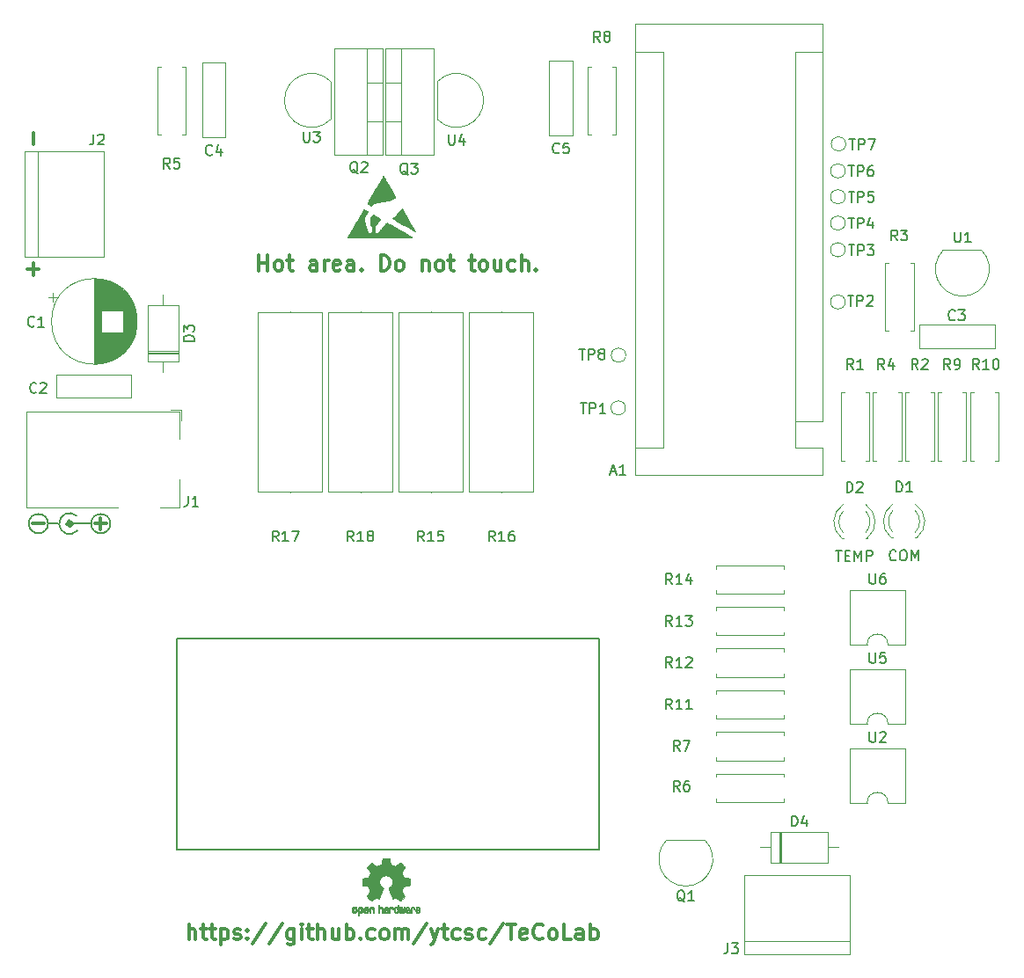
<source format=gto>
G04 #@! TF.GenerationSoftware,KiCad,Pcbnew,5.1.5+dfsg1-2build2*
G04 #@! TF.CreationDate,2023-08-26T17:55:10-03:00*
G04 #@! TF.ProjectId,TeCoLab_Board,5465436f-4c61-4625-9f42-6f6172642e6b,1.00*
G04 #@! TF.SameCoordinates,Original*
G04 #@! TF.FileFunction,Legend,Top*
G04 #@! TF.FilePolarity,Positive*
%FSLAX46Y46*%
G04 Gerber Fmt 4.6, Leading zero omitted, Abs format (unit mm)*
G04 Created by KiCad (PCBNEW 5.1.5+dfsg1-2build2) date 2023-08-26 17:55:10*
%MOMM*%
%LPD*%
G04 APERTURE LIST*
%ADD10C,0.300000*%
%ADD11C,0.150000*%
%ADD12C,0.010000*%
%ADD13C,0.500000*%
%ADD14C,0.120000*%
G04 APERTURE END LIST*
D10*
X129045571Y-60978171D02*
X129045571Y-59478171D01*
X129045571Y-60192457D02*
X129902714Y-60192457D01*
X129902714Y-60978171D02*
X129902714Y-59478171D01*
X130831285Y-60978171D02*
X130688428Y-60906742D01*
X130617000Y-60835314D01*
X130545571Y-60692457D01*
X130545571Y-60263885D01*
X130617000Y-60121028D01*
X130688428Y-60049600D01*
X130831285Y-59978171D01*
X131045571Y-59978171D01*
X131188428Y-60049600D01*
X131259857Y-60121028D01*
X131331285Y-60263885D01*
X131331285Y-60692457D01*
X131259857Y-60835314D01*
X131188428Y-60906742D01*
X131045571Y-60978171D01*
X130831285Y-60978171D01*
X131759857Y-59978171D02*
X132331285Y-59978171D01*
X131974142Y-59478171D02*
X131974142Y-60763885D01*
X132045571Y-60906742D01*
X132188428Y-60978171D01*
X132331285Y-60978171D01*
X134617000Y-60978171D02*
X134617000Y-60192457D01*
X134545571Y-60049600D01*
X134402714Y-59978171D01*
X134117000Y-59978171D01*
X133974142Y-60049600D01*
X134617000Y-60906742D02*
X134474142Y-60978171D01*
X134117000Y-60978171D01*
X133974142Y-60906742D01*
X133902714Y-60763885D01*
X133902714Y-60621028D01*
X133974142Y-60478171D01*
X134117000Y-60406742D01*
X134474142Y-60406742D01*
X134617000Y-60335314D01*
X135331285Y-60978171D02*
X135331285Y-59978171D01*
X135331285Y-60263885D02*
X135402714Y-60121028D01*
X135474142Y-60049600D01*
X135617000Y-59978171D01*
X135759857Y-59978171D01*
X136831285Y-60906742D02*
X136688428Y-60978171D01*
X136402714Y-60978171D01*
X136259857Y-60906742D01*
X136188428Y-60763885D01*
X136188428Y-60192457D01*
X136259857Y-60049600D01*
X136402714Y-59978171D01*
X136688428Y-59978171D01*
X136831285Y-60049600D01*
X136902714Y-60192457D01*
X136902714Y-60335314D01*
X136188428Y-60478171D01*
X138188428Y-60978171D02*
X138188428Y-60192457D01*
X138117000Y-60049600D01*
X137974142Y-59978171D01*
X137688428Y-59978171D01*
X137545571Y-60049600D01*
X138188428Y-60906742D02*
X138045571Y-60978171D01*
X137688428Y-60978171D01*
X137545571Y-60906742D01*
X137474142Y-60763885D01*
X137474142Y-60621028D01*
X137545571Y-60478171D01*
X137688428Y-60406742D01*
X138045571Y-60406742D01*
X138188428Y-60335314D01*
X138902714Y-60835314D02*
X138974142Y-60906742D01*
X138902714Y-60978171D01*
X138831285Y-60906742D01*
X138902714Y-60835314D01*
X138902714Y-60978171D01*
X140759857Y-60978171D02*
X140759857Y-59478171D01*
X141117000Y-59478171D01*
X141331285Y-59549600D01*
X141474142Y-59692457D01*
X141545571Y-59835314D01*
X141617000Y-60121028D01*
X141617000Y-60335314D01*
X141545571Y-60621028D01*
X141474142Y-60763885D01*
X141331285Y-60906742D01*
X141117000Y-60978171D01*
X140759857Y-60978171D01*
X142474142Y-60978171D02*
X142331285Y-60906742D01*
X142259857Y-60835314D01*
X142188428Y-60692457D01*
X142188428Y-60263885D01*
X142259857Y-60121028D01*
X142331285Y-60049600D01*
X142474142Y-59978171D01*
X142688428Y-59978171D01*
X142831285Y-60049600D01*
X142902714Y-60121028D01*
X142974142Y-60263885D01*
X142974142Y-60692457D01*
X142902714Y-60835314D01*
X142831285Y-60906742D01*
X142688428Y-60978171D01*
X142474142Y-60978171D01*
X144759857Y-59978171D02*
X144759857Y-60978171D01*
X144759857Y-60121028D02*
X144831285Y-60049600D01*
X144974142Y-59978171D01*
X145188428Y-59978171D01*
X145331285Y-60049600D01*
X145402714Y-60192457D01*
X145402714Y-60978171D01*
X146331285Y-60978171D02*
X146188428Y-60906742D01*
X146117000Y-60835314D01*
X146045571Y-60692457D01*
X146045571Y-60263885D01*
X146117000Y-60121028D01*
X146188428Y-60049600D01*
X146331285Y-59978171D01*
X146545571Y-59978171D01*
X146688428Y-60049600D01*
X146759857Y-60121028D01*
X146831285Y-60263885D01*
X146831285Y-60692457D01*
X146759857Y-60835314D01*
X146688428Y-60906742D01*
X146545571Y-60978171D01*
X146331285Y-60978171D01*
X147259857Y-59978171D02*
X147831285Y-59978171D01*
X147474142Y-59478171D02*
X147474142Y-60763885D01*
X147545571Y-60906742D01*
X147688428Y-60978171D01*
X147831285Y-60978171D01*
X149259857Y-59978171D02*
X149831285Y-59978171D01*
X149474142Y-59478171D02*
X149474142Y-60763885D01*
X149545571Y-60906742D01*
X149688428Y-60978171D01*
X149831285Y-60978171D01*
X150545571Y-60978171D02*
X150402714Y-60906742D01*
X150331285Y-60835314D01*
X150259857Y-60692457D01*
X150259857Y-60263885D01*
X150331285Y-60121028D01*
X150402714Y-60049600D01*
X150545571Y-59978171D01*
X150759857Y-59978171D01*
X150902714Y-60049600D01*
X150974142Y-60121028D01*
X151045571Y-60263885D01*
X151045571Y-60692457D01*
X150974142Y-60835314D01*
X150902714Y-60906742D01*
X150759857Y-60978171D01*
X150545571Y-60978171D01*
X152331285Y-59978171D02*
X152331285Y-60978171D01*
X151688428Y-59978171D02*
X151688428Y-60763885D01*
X151759857Y-60906742D01*
X151902714Y-60978171D01*
X152117000Y-60978171D01*
X152259857Y-60906742D01*
X152331285Y-60835314D01*
X153688428Y-60906742D02*
X153545571Y-60978171D01*
X153259857Y-60978171D01*
X153117000Y-60906742D01*
X153045571Y-60835314D01*
X152974142Y-60692457D01*
X152974142Y-60263885D01*
X153045571Y-60121028D01*
X153117000Y-60049600D01*
X153259857Y-59978171D01*
X153545571Y-59978171D01*
X153688428Y-60049600D01*
X154331285Y-60978171D02*
X154331285Y-59478171D01*
X154974142Y-60978171D02*
X154974142Y-60192457D01*
X154902714Y-60049600D01*
X154759857Y-59978171D01*
X154545571Y-59978171D01*
X154402714Y-60049600D01*
X154331285Y-60121028D01*
X155688428Y-60835314D02*
X155759857Y-60906742D01*
X155688428Y-60978171D01*
X155617000Y-60906742D01*
X155688428Y-60835314D01*
X155688428Y-60978171D01*
X107302142Y-47688571D02*
X107302142Y-48831428D01*
X107886428Y-60838542D02*
X106743571Y-60838542D01*
X107315000Y-61409971D02*
X107315000Y-60267114D01*
X108394428Y-85324142D02*
X107251571Y-85324142D01*
X114388828Y-85324142D02*
X113245971Y-85324142D01*
X113817400Y-85895571D02*
X113817400Y-84752714D01*
X122302502Y-125362091D02*
X122302502Y-123862091D01*
X122945360Y-125362091D02*
X122945360Y-124576377D01*
X122873931Y-124433520D01*
X122731074Y-124362091D01*
X122516788Y-124362091D01*
X122373931Y-124433520D01*
X122302502Y-124504948D01*
X123445360Y-124362091D02*
X124016788Y-124362091D01*
X123659645Y-123862091D02*
X123659645Y-125147805D01*
X123731074Y-125290662D01*
X123873931Y-125362091D01*
X124016788Y-125362091D01*
X124302502Y-124362091D02*
X124873931Y-124362091D01*
X124516788Y-123862091D02*
X124516788Y-125147805D01*
X124588217Y-125290662D01*
X124731074Y-125362091D01*
X124873931Y-125362091D01*
X125373931Y-124362091D02*
X125373931Y-125862091D01*
X125373931Y-124433520D02*
X125516788Y-124362091D01*
X125802502Y-124362091D01*
X125945360Y-124433520D01*
X126016788Y-124504948D01*
X126088217Y-124647805D01*
X126088217Y-125076377D01*
X126016788Y-125219234D01*
X125945360Y-125290662D01*
X125802502Y-125362091D01*
X125516788Y-125362091D01*
X125373931Y-125290662D01*
X126659645Y-125290662D02*
X126802502Y-125362091D01*
X127088217Y-125362091D01*
X127231074Y-125290662D01*
X127302502Y-125147805D01*
X127302502Y-125076377D01*
X127231074Y-124933520D01*
X127088217Y-124862091D01*
X126873931Y-124862091D01*
X126731074Y-124790662D01*
X126659645Y-124647805D01*
X126659645Y-124576377D01*
X126731074Y-124433520D01*
X126873931Y-124362091D01*
X127088217Y-124362091D01*
X127231074Y-124433520D01*
X127945360Y-125219234D02*
X128016788Y-125290662D01*
X127945360Y-125362091D01*
X127873931Y-125290662D01*
X127945360Y-125219234D01*
X127945360Y-125362091D01*
X127945360Y-124433520D02*
X128016788Y-124504948D01*
X127945360Y-124576377D01*
X127873931Y-124504948D01*
X127945360Y-124433520D01*
X127945360Y-124576377D01*
X129731074Y-123790662D02*
X128445360Y-125719234D01*
X131302502Y-123790662D02*
X130016788Y-125719234D01*
X132445360Y-124362091D02*
X132445360Y-125576377D01*
X132373931Y-125719234D01*
X132302502Y-125790662D01*
X132159645Y-125862091D01*
X131945360Y-125862091D01*
X131802502Y-125790662D01*
X132445360Y-125290662D02*
X132302502Y-125362091D01*
X132016788Y-125362091D01*
X131873931Y-125290662D01*
X131802502Y-125219234D01*
X131731074Y-125076377D01*
X131731074Y-124647805D01*
X131802502Y-124504948D01*
X131873931Y-124433520D01*
X132016788Y-124362091D01*
X132302502Y-124362091D01*
X132445360Y-124433520D01*
X133159645Y-125362091D02*
X133159645Y-124362091D01*
X133159645Y-123862091D02*
X133088217Y-123933520D01*
X133159645Y-124004948D01*
X133231074Y-123933520D01*
X133159645Y-123862091D01*
X133159645Y-124004948D01*
X133659645Y-124362091D02*
X134231074Y-124362091D01*
X133873931Y-123862091D02*
X133873931Y-125147805D01*
X133945360Y-125290662D01*
X134088217Y-125362091D01*
X134231074Y-125362091D01*
X134731074Y-125362091D02*
X134731074Y-123862091D01*
X135373931Y-125362091D02*
X135373931Y-124576377D01*
X135302502Y-124433520D01*
X135159645Y-124362091D01*
X134945360Y-124362091D01*
X134802502Y-124433520D01*
X134731074Y-124504948D01*
X136731074Y-124362091D02*
X136731074Y-125362091D01*
X136088217Y-124362091D02*
X136088217Y-125147805D01*
X136159645Y-125290662D01*
X136302502Y-125362091D01*
X136516788Y-125362091D01*
X136659645Y-125290662D01*
X136731074Y-125219234D01*
X137445360Y-125362091D02*
X137445360Y-123862091D01*
X137445360Y-124433520D02*
X137588217Y-124362091D01*
X137873931Y-124362091D01*
X138016788Y-124433520D01*
X138088217Y-124504948D01*
X138159645Y-124647805D01*
X138159645Y-125076377D01*
X138088217Y-125219234D01*
X138016788Y-125290662D01*
X137873931Y-125362091D01*
X137588217Y-125362091D01*
X137445360Y-125290662D01*
X138802502Y-125219234D02*
X138873931Y-125290662D01*
X138802502Y-125362091D01*
X138731074Y-125290662D01*
X138802502Y-125219234D01*
X138802502Y-125362091D01*
X140159645Y-125290662D02*
X140016788Y-125362091D01*
X139731074Y-125362091D01*
X139588217Y-125290662D01*
X139516788Y-125219234D01*
X139445360Y-125076377D01*
X139445360Y-124647805D01*
X139516788Y-124504948D01*
X139588217Y-124433520D01*
X139731074Y-124362091D01*
X140016788Y-124362091D01*
X140159645Y-124433520D01*
X141016788Y-125362091D02*
X140873931Y-125290662D01*
X140802502Y-125219234D01*
X140731074Y-125076377D01*
X140731074Y-124647805D01*
X140802502Y-124504948D01*
X140873931Y-124433520D01*
X141016788Y-124362091D01*
X141231074Y-124362091D01*
X141373931Y-124433520D01*
X141445360Y-124504948D01*
X141516788Y-124647805D01*
X141516788Y-125076377D01*
X141445360Y-125219234D01*
X141373931Y-125290662D01*
X141231074Y-125362091D01*
X141016788Y-125362091D01*
X142159645Y-125362091D02*
X142159645Y-124362091D01*
X142159645Y-124504948D02*
X142231074Y-124433520D01*
X142373931Y-124362091D01*
X142588217Y-124362091D01*
X142731074Y-124433520D01*
X142802502Y-124576377D01*
X142802502Y-125362091D01*
X142802502Y-124576377D02*
X142873931Y-124433520D01*
X143016788Y-124362091D01*
X143231074Y-124362091D01*
X143373931Y-124433520D01*
X143445360Y-124576377D01*
X143445360Y-125362091D01*
X145231074Y-123790662D02*
X143945360Y-125719234D01*
X145588217Y-124362091D02*
X145945360Y-125362091D01*
X146302502Y-124362091D02*
X145945360Y-125362091D01*
X145802502Y-125719234D01*
X145731074Y-125790662D01*
X145588217Y-125862091D01*
X146659645Y-124362091D02*
X147231074Y-124362091D01*
X146873931Y-123862091D02*
X146873931Y-125147805D01*
X146945360Y-125290662D01*
X147088217Y-125362091D01*
X147231074Y-125362091D01*
X148373931Y-125290662D02*
X148231074Y-125362091D01*
X147945360Y-125362091D01*
X147802502Y-125290662D01*
X147731074Y-125219234D01*
X147659645Y-125076377D01*
X147659645Y-124647805D01*
X147731074Y-124504948D01*
X147802502Y-124433520D01*
X147945360Y-124362091D01*
X148231074Y-124362091D01*
X148373931Y-124433520D01*
X148945360Y-125290662D02*
X149088217Y-125362091D01*
X149373931Y-125362091D01*
X149516788Y-125290662D01*
X149588217Y-125147805D01*
X149588217Y-125076377D01*
X149516788Y-124933520D01*
X149373931Y-124862091D01*
X149159645Y-124862091D01*
X149016788Y-124790662D01*
X148945360Y-124647805D01*
X148945360Y-124576377D01*
X149016788Y-124433520D01*
X149159645Y-124362091D01*
X149373931Y-124362091D01*
X149516788Y-124433520D01*
X150873931Y-125290662D02*
X150731074Y-125362091D01*
X150445360Y-125362091D01*
X150302502Y-125290662D01*
X150231074Y-125219234D01*
X150159645Y-125076377D01*
X150159645Y-124647805D01*
X150231074Y-124504948D01*
X150302502Y-124433520D01*
X150445360Y-124362091D01*
X150731074Y-124362091D01*
X150873931Y-124433520D01*
X152588217Y-123790662D02*
X151302502Y-125719234D01*
X152873931Y-123862091D02*
X153731074Y-123862091D01*
X153302502Y-125362091D02*
X153302502Y-123862091D01*
X154802502Y-125290662D02*
X154659645Y-125362091D01*
X154373931Y-125362091D01*
X154231074Y-125290662D01*
X154159645Y-125147805D01*
X154159645Y-124576377D01*
X154231074Y-124433520D01*
X154373931Y-124362091D01*
X154659645Y-124362091D01*
X154802502Y-124433520D01*
X154873931Y-124576377D01*
X154873931Y-124719234D01*
X154159645Y-124862091D01*
X156373931Y-125219234D02*
X156302502Y-125290662D01*
X156088217Y-125362091D01*
X155945360Y-125362091D01*
X155731074Y-125290662D01*
X155588217Y-125147805D01*
X155516788Y-125004948D01*
X155445360Y-124719234D01*
X155445360Y-124504948D01*
X155516788Y-124219234D01*
X155588217Y-124076377D01*
X155731074Y-123933520D01*
X155945360Y-123862091D01*
X156088217Y-123862091D01*
X156302502Y-123933520D01*
X156373931Y-124004948D01*
X157231074Y-125362091D02*
X157088217Y-125290662D01*
X157016788Y-125219234D01*
X156945360Y-125076377D01*
X156945360Y-124647805D01*
X157016788Y-124504948D01*
X157088217Y-124433520D01*
X157231074Y-124362091D01*
X157445360Y-124362091D01*
X157588217Y-124433520D01*
X157659645Y-124504948D01*
X157731074Y-124647805D01*
X157731074Y-125076377D01*
X157659645Y-125219234D01*
X157588217Y-125290662D01*
X157445360Y-125362091D01*
X157231074Y-125362091D01*
X159088217Y-125362091D02*
X158373931Y-125362091D01*
X158373931Y-123862091D01*
X160231074Y-125362091D02*
X160231074Y-124576377D01*
X160159645Y-124433520D01*
X160016788Y-124362091D01*
X159731074Y-124362091D01*
X159588217Y-124433520D01*
X160231074Y-125290662D02*
X160088217Y-125362091D01*
X159731074Y-125362091D01*
X159588217Y-125290662D01*
X159516788Y-125147805D01*
X159516788Y-125004948D01*
X159588217Y-124862091D01*
X159731074Y-124790662D01*
X160088217Y-124790662D01*
X160231074Y-124719234D01*
X160945360Y-125362091D02*
X160945360Y-123862091D01*
X160945360Y-124433520D02*
X161088217Y-124362091D01*
X161373931Y-124362091D01*
X161516788Y-124433520D01*
X161588217Y-124504948D01*
X161659645Y-124647805D01*
X161659645Y-125076377D01*
X161588217Y-125219234D01*
X161516788Y-125290662D01*
X161373931Y-125362091D01*
X161088217Y-125362091D01*
X160945360Y-125290662D01*
D11*
X121132600Y-116677440D02*
X121132600Y-96357440D01*
X161772600Y-116677440D02*
X121132600Y-116677440D01*
X161772600Y-96357440D02*
X161772600Y-116677440D01*
X121132600Y-96357440D02*
X161772600Y-96357440D01*
D12*
G36*
X141007043Y-51873635D02*
G01*
X141030065Y-51911045D01*
X141065534Y-51970314D01*
X141111996Y-52048918D01*
X141167996Y-52144338D01*
X141232081Y-52254050D01*
X141302796Y-52375534D01*
X141378687Y-52506268D01*
X141458299Y-52643730D01*
X141540178Y-52785398D01*
X141622870Y-52928751D01*
X141704921Y-53071267D01*
X141784876Y-53210424D01*
X141861281Y-53343701D01*
X141932682Y-53468576D01*
X141997624Y-53582527D01*
X142054653Y-53683033D01*
X142102315Y-53767572D01*
X142139155Y-53833622D01*
X142163720Y-53878662D01*
X142174554Y-53900170D01*
X142174951Y-53901514D01*
X142161501Y-53919765D01*
X142124114Y-53947682D01*
X142067235Y-53982525D01*
X141995312Y-54021554D01*
X141920015Y-54058643D01*
X141817560Y-54103617D01*
X141709817Y-54144026D01*
X141593073Y-54180769D01*
X141463618Y-54214742D01*
X141317740Y-54246844D01*
X141151726Y-54277973D01*
X140961866Y-54309027D01*
X140765469Y-54337945D01*
X140594834Y-54363600D01*
X140451545Y-54388998D01*
X140332008Y-54415402D01*
X140232630Y-54444073D01*
X140149818Y-54476273D01*
X140079978Y-54513265D01*
X140019518Y-54556312D01*
X139964845Y-54606675D01*
X139947214Y-54625383D01*
X139909000Y-54668939D01*
X139880732Y-54704482D01*
X139867618Y-54725383D01*
X139867268Y-54727097D01*
X139862680Y-54737606D01*
X139846758Y-54737724D01*
X139816266Y-54726054D01*
X139767968Y-54701196D01*
X139698627Y-54661752D01*
X139650439Y-54633387D01*
X139578583Y-54589047D01*
X139522742Y-54551079D01*
X139486667Y-54522216D01*
X139474113Y-54505188D01*
X139474121Y-54505064D01*
X139481906Y-54488837D01*
X139503892Y-54448200D01*
X139538803Y-54385367D01*
X139585363Y-54302552D01*
X139642295Y-54201972D01*
X139708323Y-54085840D01*
X139782172Y-53956371D01*
X139862564Y-53815780D01*
X139948224Y-53666282D01*
X140037876Y-53510092D01*
X140130243Y-53349424D01*
X140224049Y-53186493D01*
X140318018Y-53023513D01*
X140410874Y-52862700D01*
X140501340Y-52706268D01*
X140588141Y-52556433D01*
X140670000Y-52415408D01*
X140745641Y-52285409D01*
X140813787Y-52168649D01*
X140873163Y-52067345D01*
X140922493Y-51983711D01*
X140960500Y-51919962D01*
X140985907Y-51878311D01*
X140997440Y-51860975D01*
X140997923Y-51860605D01*
X141007043Y-51873635D01*
G37*
X141007043Y-51873635D02*
X141030065Y-51911045D01*
X141065534Y-51970314D01*
X141111996Y-52048918D01*
X141167996Y-52144338D01*
X141232081Y-52254050D01*
X141302796Y-52375534D01*
X141378687Y-52506268D01*
X141458299Y-52643730D01*
X141540178Y-52785398D01*
X141622870Y-52928751D01*
X141704921Y-53071267D01*
X141784876Y-53210424D01*
X141861281Y-53343701D01*
X141932682Y-53468576D01*
X141997624Y-53582527D01*
X142054653Y-53683033D01*
X142102315Y-53767572D01*
X142139155Y-53833622D01*
X142163720Y-53878662D01*
X142174554Y-53900170D01*
X142174951Y-53901514D01*
X142161501Y-53919765D01*
X142124114Y-53947682D01*
X142067235Y-53982525D01*
X141995312Y-54021554D01*
X141920015Y-54058643D01*
X141817560Y-54103617D01*
X141709817Y-54144026D01*
X141593073Y-54180769D01*
X141463618Y-54214742D01*
X141317740Y-54246844D01*
X141151726Y-54277973D01*
X140961866Y-54309027D01*
X140765469Y-54337945D01*
X140594834Y-54363600D01*
X140451545Y-54388998D01*
X140332008Y-54415402D01*
X140232630Y-54444073D01*
X140149818Y-54476273D01*
X140079978Y-54513265D01*
X140019518Y-54556312D01*
X139964845Y-54606675D01*
X139947214Y-54625383D01*
X139909000Y-54668939D01*
X139880732Y-54704482D01*
X139867618Y-54725383D01*
X139867268Y-54727097D01*
X139862680Y-54737606D01*
X139846758Y-54737724D01*
X139816266Y-54726054D01*
X139767968Y-54701196D01*
X139698627Y-54661752D01*
X139650439Y-54633387D01*
X139578583Y-54589047D01*
X139522742Y-54551079D01*
X139486667Y-54522216D01*
X139474113Y-54505188D01*
X139474121Y-54505064D01*
X139481906Y-54488837D01*
X139503892Y-54448200D01*
X139538803Y-54385367D01*
X139585363Y-54302552D01*
X139642295Y-54201972D01*
X139708323Y-54085840D01*
X139782172Y-53956371D01*
X139862564Y-53815780D01*
X139948224Y-53666282D01*
X140037876Y-53510092D01*
X140130243Y-53349424D01*
X140224049Y-53186493D01*
X140318018Y-53023513D01*
X140410874Y-52862700D01*
X140501340Y-52706268D01*
X140588141Y-52556433D01*
X140670000Y-52415408D01*
X140745641Y-52285409D01*
X140813787Y-52168649D01*
X140873163Y-52067345D01*
X140922493Y-51983711D01*
X140960500Y-51919962D01*
X140985907Y-51878311D01*
X140997440Y-51860975D01*
X140997923Y-51860605D01*
X141007043Y-51873635D01*
G36*
X142830528Y-55022419D02*
G01*
X142841908Y-55041493D01*
X142867488Y-55085221D01*
X142906002Y-55151419D01*
X142956186Y-55237902D01*
X143016775Y-55342485D01*
X143086503Y-55462983D01*
X143164107Y-55597212D01*
X143248320Y-55742987D01*
X143337879Y-55898123D01*
X143429998Y-56057800D01*
X143524076Y-56220917D01*
X143614402Y-56377509D01*
X143699665Y-56525306D01*
X143778557Y-56662040D01*
X143849769Y-56785442D01*
X143911991Y-56893244D01*
X143963913Y-56983177D01*
X144004228Y-57052973D01*
X144031624Y-57100364D01*
X144044507Y-57122586D01*
X144065507Y-57160130D01*
X144076925Y-57183631D01*
X144077551Y-57187720D01*
X144063636Y-57180042D01*
X144024941Y-57158003D01*
X143963487Y-57122771D01*
X143881298Y-57075511D01*
X143780396Y-57017389D01*
X143662805Y-56949571D01*
X143530546Y-56873224D01*
X143385642Y-56789514D01*
X143230117Y-56699606D01*
X143065992Y-56604667D01*
X143003549Y-56568532D01*
X142836487Y-56471883D01*
X142677074Y-56379738D01*
X142527355Y-56293275D01*
X142389376Y-56213671D01*
X142265185Y-56142105D01*
X142156827Y-56079755D01*
X142066348Y-56027798D01*
X141995796Y-55987413D01*
X141947215Y-55959778D01*
X141922654Y-55946072D01*
X141920085Y-55944774D01*
X141927569Y-55933020D01*
X141953614Y-55901595D01*
X141995559Y-55853394D01*
X142050746Y-55791310D01*
X142116517Y-55718239D01*
X142190212Y-55637076D01*
X142269173Y-55550716D01*
X142350740Y-55462053D01*
X142432254Y-55373982D01*
X142511057Y-55289399D01*
X142584490Y-55211197D01*
X142649893Y-55142272D01*
X142704608Y-55085519D01*
X142745977Y-55043832D01*
X142760164Y-55030163D01*
X142807180Y-54986001D01*
X142830528Y-55022419D01*
G37*
X142830528Y-55022419D02*
X142841908Y-55041493D01*
X142867488Y-55085221D01*
X142906002Y-55151419D01*
X142956186Y-55237902D01*
X143016775Y-55342485D01*
X143086503Y-55462983D01*
X143164107Y-55597212D01*
X143248320Y-55742987D01*
X143337879Y-55898123D01*
X143429998Y-56057800D01*
X143524076Y-56220917D01*
X143614402Y-56377509D01*
X143699665Y-56525306D01*
X143778557Y-56662040D01*
X143849769Y-56785442D01*
X143911991Y-56893244D01*
X143963913Y-56983177D01*
X144004228Y-57052973D01*
X144031624Y-57100364D01*
X144044507Y-57122586D01*
X144065507Y-57160130D01*
X144076925Y-57183631D01*
X144077551Y-57187720D01*
X144063636Y-57180042D01*
X144024941Y-57158003D01*
X143963487Y-57122771D01*
X143881298Y-57075511D01*
X143780396Y-57017389D01*
X143662805Y-56949571D01*
X143530546Y-56873224D01*
X143385642Y-56789514D01*
X143230117Y-56699606D01*
X143065992Y-56604667D01*
X143003549Y-56568532D01*
X142836487Y-56471883D01*
X142677074Y-56379738D01*
X142527355Y-56293275D01*
X142389376Y-56213671D01*
X142265185Y-56142105D01*
X142156827Y-56079755D01*
X142066348Y-56027798D01*
X141995796Y-55987413D01*
X141947215Y-55959778D01*
X141922654Y-55946072D01*
X141920085Y-55944774D01*
X141927569Y-55933020D01*
X141953614Y-55901595D01*
X141995559Y-55853394D01*
X142050746Y-55791310D01*
X142116517Y-55718239D01*
X142190212Y-55637076D01*
X142269173Y-55550716D01*
X142350740Y-55462053D01*
X142432254Y-55373982D01*
X142511057Y-55289399D01*
X142584490Y-55211197D01*
X142649893Y-55142272D01*
X142704608Y-55085519D01*
X142745977Y-55043832D01*
X142760164Y-55030163D01*
X142807180Y-54986001D01*
X142830528Y-55022419D01*
G36*
X139165094Y-55078958D02*
G01*
X139197619Y-55091536D01*
X139247193Y-55116512D01*
X139318374Y-55155676D01*
X139323916Y-55158788D01*
X139389474Y-55196276D01*
X139444798Y-55229119D01*
X139484455Y-55254005D01*
X139503012Y-55267620D01*
X139503531Y-55268287D01*
X139499048Y-55287190D01*
X139478486Y-55329405D01*
X139443183Y-55392632D01*
X139394480Y-55474572D01*
X139333718Y-55572922D01*
X139262236Y-55685385D01*
X139244445Y-55712965D01*
X139198093Y-55789499D01*
X139164342Y-55855356D01*
X139146153Y-55904582D01*
X139144286Y-55914307D01*
X139145115Y-55957112D01*
X139154394Y-56025009D01*
X139170968Y-56113643D01*
X139193680Y-56218659D01*
X139221373Y-56335702D01*
X139252890Y-56460416D01*
X139287075Y-56588445D01*
X139322771Y-56715434D01*
X139358821Y-56837028D01*
X139394068Y-56948872D01*
X139427356Y-57046610D01*
X139457528Y-57125887D01*
X139478561Y-57172922D01*
X139503337Y-57223025D01*
X139526730Y-57270968D01*
X139527997Y-57273593D01*
X139566699Y-57322020D01*
X139623184Y-57354628D01*
X139688939Y-57370254D01*
X139755451Y-57367737D01*
X139814205Y-57345914D01*
X139847258Y-57317182D01*
X139894859Y-57238383D01*
X139929739Y-57140178D01*
X139948877Y-57032579D01*
X139951588Y-56971580D01*
X139940670Y-56857735D01*
X139908624Y-56763460D01*
X139853726Y-56684179D01*
X139836607Y-56666533D01*
X139785661Y-56617035D01*
X139782163Y-56267162D01*
X139778664Y-55917289D01*
X139867818Y-55782331D01*
X139909654Y-55721245D01*
X139949945Y-55666293D01*
X139982943Y-55625136D01*
X139997126Y-55609992D01*
X140037281Y-55572610D01*
X140091665Y-55601898D01*
X140126039Y-55622884D01*
X140144846Y-55639178D01*
X140146049Y-55642107D01*
X140158903Y-55654528D01*
X140180896Y-55663777D01*
X140202150Y-55672113D01*
X140234694Y-55687949D01*
X140281322Y-55712833D01*
X140344829Y-55748309D01*
X140428008Y-55795923D01*
X140533653Y-55857222D01*
X140591062Y-55890732D01*
X140658594Y-55930871D01*
X140702885Y-55959459D01*
X140727855Y-55979839D01*
X140737423Y-55995353D01*
X140735508Y-56009346D01*
X140733911Y-56012596D01*
X140718376Y-56033066D01*
X140685136Y-56071465D01*
X140638062Y-56123496D01*
X140581028Y-56184866D01*
X140531700Y-56236890D01*
X140418030Y-56360367D01*
X140329105Y-56467391D01*
X140264134Y-56559040D01*
X140222321Y-56636388D01*
X140208217Y-56675666D01*
X140202392Y-56710049D01*
X140196375Y-56768699D01*
X140190696Y-56844917D01*
X140185884Y-56932002D01*
X140183619Y-56987068D01*
X140180459Y-57082264D01*
X140179069Y-57151862D01*
X140179858Y-57201209D01*
X140183235Y-57235654D01*
X140189608Y-57260543D01*
X140199387Y-57281225D01*
X140207067Y-57293853D01*
X140251421Y-57342526D01*
X140308574Y-57376445D01*
X140368708Y-57391238D01*
X140413773Y-57385886D01*
X140454576Y-57362730D01*
X140505724Y-57321262D01*
X140560042Y-57268712D01*
X140610357Y-57212316D01*
X140649494Y-57159305D01*
X140663905Y-57133689D01*
X140685491Y-57098614D01*
X140724753Y-57045189D01*
X140778102Y-56977589D01*
X140841952Y-56899990D01*
X140912715Y-56816568D01*
X140986804Y-56731498D01*
X141060632Y-56648955D01*
X141130611Y-56573116D01*
X141193155Y-56508156D01*
X141242260Y-56460469D01*
X141296779Y-56412832D01*
X141342642Y-56377708D01*
X141374811Y-56358749D01*
X141385489Y-56356664D01*
X141401853Y-56365074D01*
X141442671Y-56387646D01*
X141505586Y-56423024D01*
X141588244Y-56469854D01*
X141688289Y-56526781D01*
X141803366Y-56592449D01*
X141931119Y-56665503D01*
X142069194Y-56744588D01*
X142215234Y-56828348D01*
X142366884Y-56915429D01*
X142521790Y-57004476D01*
X142677595Y-57094132D01*
X142831944Y-57183043D01*
X142982482Y-57269854D01*
X143126854Y-57353209D01*
X143262704Y-57431754D01*
X143387677Y-57504133D01*
X143499417Y-57568990D01*
X143595570Y-57624971D01*
X143673779Y-57670720D01*
X143731689Y-57704883D01*
X143766946Y-57726104D01*
X143777165Y-57732763D01*
X143763402Y-57734080D01*
X143720104Y-57735359D01*
X143648714Y-57736596D01*
X143550673Y-57737783D01*
X143427422Y-57738915D01*
X143280403Y-57739986D01*
X143111057Y-57740989D01*
X142920826Y-57741919D01*
X142711151Y-57742768D01*
X142483473Y-57743532D01*
X142239235Y-57744203D01*
X141979877Y-57744776D01*
X141706841Y-57745244D01*
X141421568Y-57745602D01*
X141125500Y-57745842D01*
X140820079Y-57745959D01*
X140691924Y-57745971D01*
X137591970Y-57745971D01*
X137813053Y-57362647D01*
X137859856Y-57281480D01*
X137920102Y-57176966D01*
X137991778Y-57052601D01*
X138072869Y-56911882D01*
X138161362Y-56758303D01*
X138255240Y-56595362D01*
X138352491Y-56426554D01*
X138451100Y-56255375D01*
X138549053Y-56085321D01*
X138573825Y-56042312D01*
X138664152Y-55885657D01*
X138750289Y-55736603D01*
X138830942Y-55597368D01*
X138904816Y-55470171D01*
X138970617Y-55357232D01*
X139027050Y-55260768D01*
X139072821Y-55183000D01*
X139106635Y-55126146D01*
X139127198Y-55092425D01*
X139132953Y-55083840D01*
X139145058Y-55076989D01*
X139165094Y-55078958D01*
G37*
X139165094Y-55078958D02*
X139197619Y-55091536D01*
X139247193Y-55116512D01*
X139318374Y-55155676D01*
X139323916Y-55158788D01*
X139389474Y-55196276D01*
X139444798Y-55229119D01*
X139484455Y-55254005D01*
X139503012Y-55267620D01*
X139503531Y-55268287D01*
X139499048Y-55287190D01*
X139478486Y-55329405D01*
X139443183Y-55392632D01*
X139394480Y-55474572D01*
X139333718Y-55572922D01*
X139262236Y-55685385D01*
X139244445Y-55712965D01*
X139198093Y-55789499D01*
X139164342Y-55855356D01*
X139146153Y-55904582D01*
X139144286Y-55914307D01*
X139145115Y-55957112D01*
X139154394Y-56025009D01*
X139170968Y-56113643D01*
X139193680Y-56218659D01*
X139221373Y-56335702D01*
X139252890Y-56460416D01*
X139287075Y-56588445D01*
X139322771Y-56715434D01*
X139358821Y-56837028D01*
X139394068Y-56948872D01*
X139427356Y-57046610D01*
X139457528Y-57125887D01*
X139478561Y-57172922D01*
X139503337Y-57223025D01*
X139526730Y-57270968D01*
X139527997Y-57273593D01*
X139566699Y-57322020D01*
X139623184Y-57354628D01*
X139688939Y-57370254D01*
X139755451Y-57367737D01*
X139814205Y-57345914D01*
X139847258Y-57317182D01*
X139894859Y-57238383D01*
X139929739Y-57140178D01*
X139948877Y-57032579D01*
X139951588Y-56971580D01*
X139940670Y-56857735D01*
X139908624Y-56763460D01*
X139853726Y-56684179D01*
X139836607Y-56666533D01*
X139785661Y-56617035D01*
X139782163Y-56267162D01*
X139778664Y-55917289D01*
X139867818Y-55782331D01*
X139909654Y-55721245D01*
X139949945Y-55666293D01*
X139982943Y-55625136D01*
X139997126Y-55609992D01*
X140037281Y-55572610D01*
X140091665Y-55601898D01*
X140126039Y-55622884D01*
X140144846Y-55639178D01*
X140146049Y-55642107D01*
X140158903Y-55654528D01*
X140180896Y-55663777D01*
X140202150Y-55672113D01*
X140234694Y-55687949D01*
X140281322Y-55712833D01*
X140344829Y-55748309D01*
X140428008Y-55795923D01*
X140533653Y-55857222D01*
X140591062Y-55890732D01*
X140658594Y-55930871D01*
X140702885Y-55959459D01*
X140727855Y-55979839D01*
X140737423Y-55995353D01*
X140735508Y-56009346D01*
X140733911Y-56012596D01*
X140718376Y-56033066D01*
X140685136Y-56071465D01*
X140638062Y-56123496D01*
X140581028Y-56184866D01*
X140531700Y-56236890D01*
X140418030Y-56360367D01*
X140329105Y-56467391D01*
X140264134Y-56559040D01*
X140222321Y-56636388D01*
X140208217Y-56675666D01*
X140202392Y-56710049D01*
X140196375Y-56768699D01*
X140190696Y-56844917D01*
X140185884Y-56932002D01*
X140183619Y-56987068D01*
X140180459Y-57082264D01*
X140179069Y-57151862D01*
X140179858Y-57201209D01*
X140183235Y-57235654D01*
X140189608Y-57260543D01*
X140199387Y-57281225D01*
X140207067Y-57293853D01*
X140251421Y-57342526D01*
X140308574Y-57376445D01*
X140368708Y-57391238D01*
X140413773Y-57385886D01*
X140454576Y-57362730D01*
X140505724Y-57321262D01*
X140560042Y-57268712D01*
X140610357Y-57212316D01*
X140649494Y-57159305D01*
X140663905Y-57133689D01*
X140685491Y-57098614D01*
X140724753Y-57045189D01*
X140778102Y-56977589D01*
X140841952Y-56899990D01*
X140912715Y-56816568D01*
X140986804Y-56731498D01*
X141060632Y-56648955D01*
X141130611Y-56573116D01*
X141193155Y-56508156D01*
X141242260Y-56460469D01*
X141296779Y-56412832D01*
X141342642Y-56377708D01*
X141374811Y-56358749D01*
X141385489Y-56356664D01*
X141401853Y-56365074D01*
X141442671Y-56387646D01*
X141505586Y-56423024D01*
X141588244Y-56469854D01*
X141688289Y-56526781D01*
X141803366Y-56592449D01*
X141931119Y-56665503D01*
X142069194Y-56744588D01*
X142215234Y-56828348D01*
X142366884Y-56915429D01*
X142521790Y-57004476D01*
X142677595Y-57094132D01*
X142831944Y-57183043D01*
X142982482Y-57269854D01*
X143126854Y-57353209D01*
X143262704Y-57431754D01*
X143387677Y-57504133D01*
X143499417Y-57568990D01*
X143595570Y-57624971D01*
X143673779Y-57670720D01*
X143731689Y-57704883D01*
X143766946Y-57726104D01*
X143777165Y-57732763D01*
X143763402Y-57734080D01*
X143720104Y-57735359D01*
X143648714Y-57736596D01*
X143550673Y-57737783D01*
X143427422Y-57738915D01*
X143280403Y-57739986D01*
X143111057Y-57740989D01*
X142920826Y-57741919D01*
X142711151Y-57742768D01*
X142483473Y-57743532D01*
X142239235Y-57744203D01*
X141979877Y-57744776D01*
X141706841Y-57745244D01*
X141421568Y-57745602D01*
X141125500Y-57745842D01*
X140820079Y-57745959D01*
X140691924Y-57745971D01*
X137591970Y-57745971D01*
X137813053Y-57362647D01*
X137859856Y-57281480D01*
X137920102Y-57176966D01*
X137991778Y-57052601D01*
X138072869Y-56911882D01*
X138161362Y-56758303D01*
X138255240Y-56595362D01*
X138352491Y-56426554D01*
X138451100Y-56255375D01*
X138549053Y-56085321D01*
X138573825Y-56042312D01*
X138664152Y-55885657D01*
X138750289Y-55736603D01*
X138830942Y-55597368D01*
X138904816Y-55470171D01*
X138970617Y-55357232D01*
X139027050Y-55260768D01*
X139072821Y-55183000D01*
X139106635Y-55126146D01*
X139127198Y-55092425D01*
X139132953Y-55083840D01*
X139145058Y-55076989D01*
X139165094Y-55078958D01*
D11*
X111495200Y-84567400D02*
G75*
G03X111570200Y-85992400I-675000J-750000D01*
G01*
D13*
X110995200Y-85317400D02*
G75*
G03X110995200Y-85317400I-175000J0D01*
G01*
D11*
X114745200Y-85317400D02*
G75*
G03X114745200Y-85317400I-925000J0D01*
G01*
X108745200Y-85317400D02*
G75*
G03X108745200Y-85317400I-925000J0D01*
G01*
X108820200Y-85317400D02*
X109720200Y-85317400D01*
X110820200Y-85317400D02*
X112820200Y-85317400D01*
D12*
G36*
X141368550Y-117511348D02*
G01*
X141447094Y-117511778D01*
X141503938Y-117512942D01*
X141542745Y-117515207D01*
X141567178Y-117518940D01*
X141580902Y-117524506D01*
X141587580Y-117532273D01*
X141590876Y-117542605D01*
X141591196Y-117543943D01*
X141596202Y-117568079D01*
X141605469Y-117615701D01*
X141618032Y-117681741D01*
X141632927Y-117761128D01*
X141649191Y-117848796D01*
X141649759Y-117851875D01*
X141666050Y-117937789D01*
X141681292Y-118013696D01*
X141694501Y-118075045D01*
X141704694Y-118117282D01*
X141710888Y-118135855D01*
X141711183Y-118136184D01*
X141729428Y-118145253D01*
X141767045Y-118160367D01*
X141815911Y-118178262D01*
X141816183Y-118178358D01*
X141877733Y-118201493D01*
X141950297Y-118230965D01*
X142018697Y-118260597D01*
X142021934Y-118262062D01*
X142133342Y-118312626D01*
X142380039Y-118144160D01*
X142455717Y-118092803D01*
X142524271Y-118046889D01*
X142581728Y-118009030D01*
X142624116Y-117981837D01*
X142647465Y-117967921D01*
X142649682Y-117966889D01*
X142666650Y-117971484D01*
X142698341Y-117993655D01*
X142745992Y-118034447D01*
X142810838Y-118094905D01*
X142877037Y-118159227D01*
X142940854Y-118222612D01*
X142997969Y-118280451D01*
X143044945Y-118329175D01*
X143078343Y-118365210D01*
X143094725Y-118384984D01*
X143095334Y-118386002D01*
X143097145Y-118399572D01*
X143090323Y-118421733D01*
X143073180Y-118455478D01*
X143044033Y-118503800D01*
X143001195Y-118569692D01*
X142944088Y-118654517D01*
X142893406Y-118729177D01*
X142848101Y-118796140D01*
X142810790Y-118851516D01*
X142784092Y-118891420D01*
X142770625Y-118911962D01*
X142769777Y-118913356D01*
X142771421Y-118933038D01*
X142783885Y-118971293D01*
X142804688Y-119020889D01*
X142812102Y-119036728D01*
X142844454Y-119107290D01*
X142878968Y-119187353D01*
X142907005Y-119256629D01*
X142927208Y-119308045D01*
X142943255Y-119347119D01*
X142952528Y-119367541D01*
X142953681Y-119369114D01*
X142970736Y-119371721D01*
X143010938Y-119378863D01*
X143068942Y-119389523D01*
X143139403Y-119402685D01*
X143216975Y-119417333D01*
X143296312Y-119432449D01*
X143372071Y-119447018D01*
X143438904Y-119460022D01*
X143491468Y-119470445D01*
X143524416Y-119477270D01*
X143532497Y-119479199D01*
X143540845Y-119483962D01*
X143547146Y-119494718D01*
X143551685Y-119515098D01*
X143554744Y-119548734D01*
X143556607Y-119599255D01*
X143557558Y-119670292D01*
X143557880Y-119765476D01*
X143557897Y-119804492D01*
X143557897Y-120121799D01*
X143481697Y-120136839D01*
X143439303Y-120144995D01*
X143376040Y-120156899D01*
X143299602Y-120171116D01*
X143217683Y-120186210D01*
X143195040Y-120190355D01*
X143119446Y-120205053D01*
X143053593Y-120219505D01*
X143003006Y-120232375D01*
X142973214Y-120242322D01*
X142968252Y-120245287D01*
X142956066Y-120266283D01*
X142938593Y-120306967D01*
X142919217Y-120359322D01*
X142915374Y-120370600D01*
X142889979Y-120440523D01*
X142858457Y-120519418D01*
X142827609Y-120590266D01*
X142827457Y-120590595D01*
X142776087Y-120701733D01*
X142945039Y-120950253D01*
X143113992Y-121198772D01*
X142897069Y-121416058D01*
X142831459Y-121480726D01*
X142771619Y-121537733D01*
X142720907Y-121584033D01*
X142682686Y-121616584D01*
X142660315Y-121632343D01*
X142657106Y-121633343D01*
X142638266Y-121625469D01*
X142599820Y-121603578D01*
X142545970Y-121570267D01*
X142480916Y-121528131D01*
X142410580Y-121480943D01*
X142339195Y-121432810D01*
X142275548Y-121390928D01*
X142223681Y-121357871D01*
X142187635Y-121336218D01*
X142171507Y-121328543D01*
X142151829Y-121335037D01*
X142114515Y-121352150D01*
X142067261Y-121376326D01*
X142062252Y-121379013D01*
X141998617Y-121410927D01*
X141954981Y-121426579D01*
X141927842Y-121426745D01*
X141913697Y-121412204D01*
X141913615Y-121412000D01*
X141906545Y-121394779D01*
X141889682Y-121353899D01*
X141864335Y-121292525D01*
X141831811Y-121213819D01*
X141793418Y-121120947D01*
X141750462Y-121017072D01*
X141708862Y-120916502D01*
X141663144Y-120805516D01*
X141621166Y-120702703D01*
X141584188Y-120611215D01*
X141553467Y-120534201D01*
X141530262Y-120474815D01*
X141515830Y-120436209D01*
X141511383Y-120421800D01*
X141522536Y-120405272D01*
X141551709Y-120378930D01*
X141590611Y-120349887D01*
X141701397Y-120258039D01*
X141787991Y-120152759D01*
X141849356Y-120036266D01*
X141884455Y-119910776D01*
X141892248Y-119778507D01*
X141886583Y-119717457D01*
X141855718Y-119590795D01*
X141802560Y-119478941D01*
X141730407Y-119383001D01*
X141642557Y-119304076D01*
X141542305Y-119243270D01*
X141432950Y-119201687D01*
X141317787Y-119180428D01*
X141200115Y-119180599D01*
X141083230Y-119203301D01*
X140970429Y-119249638D01*
X140865009Y-119320713D01*
X140821008Y-119360911D01*
X140736619Y-119464129D01*
X140677862Y-119576925D01*
X140644344Y-119696010D01*
X140635675Y-119818095D01*
X140651463Y-119939893D01*
X140691318Y-120058116D01*
X140754847Y-120169475D01*
X140841661Y-120270684D01*
X140938669Y-120349887D01*
X140979077Y-120380162D01*
X141007622Y-120406219D01*
X141017897Y-120421825D01*
X141012517Y-120438843D01*
X140997215Y-120479500D01*
X140973252Y-120540642D01*
X140941884Y-120619119D01*
X140904372Y-120711780D01*
X140861973Y-120815472D01*
X140820303Y-120916526D01*
X140774330Y-121027607D01*
X140731747Y-121130541D01*
X140693861Y-121222165D01*
X140661980Y-121299316D01*
X140637411Y-121358831D01*
X140621460Y-121397544D01*
X140615550Y-121412000D01*
X140601588Y-121426685D01*
X140574580Y-121426642D01*
X140531053Y-121411099D01*
X140467530Y-121379284D01*
X140467028Y-121379013D01*
X140419200Y-121354323D01*
X140380537Y-121336338D01*
X140358735Y-121328614D01*
X140357773Y-121328543D01*
X140341361Y-121336378D01*
X140305127Y-121358165D01*
X140253114Y-121391328D01*
X140189365Y-121433291D01*
X140118700Y-121480943D01*
X140046756Y-121529191D01*
X139981914Y-121571151D01*
X139928375Y-121604227D01*
X139890337Y-121625821D01*
X139872173Y-121633343D01*
X139855448Y-121623457D01*
X139821820Y-121595826D01*
X139774650Y-121553495D01*
X139717298Y-121499505D01*
X139653124Y-121436899D01*
X139632137Y-121415983D01*
X139415139Y-121198623D01*
X139580308Y-120956220D01*
X139630504Y-120881781D01*
X139674559Y-120814972D01*
X139710002Y-120759665D01*
X139734359Y-120719729D01*
X139745162Y-120699036D01*
X139745478Y-120697563D01*
X139739783Y-120678058D01*
X139724466Y-120638822D01*
X139702177Y-120586430D01*
X139686533Y-120551355D01*
X139657281Y-120484201D01*
X139629734Y-120416358D01*
X139608377Y-120359034D01*
X139602575Y-120341572D01*
X139586092Y-120294938D01*
X139569980Y-120258905D01*
X139561130Y-120245287D01*
X139541600Y-120236952D01*
X139498974Y-120225137D01*
X139438785Y-120211181D01*
X139366562Y-120196422D01*
X139334240Y-120190355D01*
X139252162Y-120175273D01*
X139173435Y-120160669D01*
X139105749Y-120147980D01*
X139056800Y-120138642D01*
X139047583Y-120136839D01*
X138971383Y-120121799D01*
X138971383Y-119804492D01*
X138971554Y-119700154D01*
X138972256Y-119621213D01*
X138973774Y-119564038D01*
X138976389Y-119524999D01*
X138980386Y-119500465D01*
X138986049Y-119486805D01*
X138993660Y-119480389D01*
X138996783Y-119479199D01*
X139015618Y-119474980D01*
X139057228Y-119466562D01*
X139116270Y-119454961D01*
X139187397Y-119441195D01*
X139265265Y-119426280D01*
X139344527Y-119411232D01*
X139419838Y-119397069D01*
X139485853Y-119384806D01*
X139537227Y-119375461D01*
X139568615Y-119370050D01*
X139575599Y-119369114D01*
X139581925Y-119356596D01*
X139595930Y-119323246D01*
X139614995Y-119275377D01*
X139622274Y-119256629D01*
X139651636Y-119184195D01*
X139686211Y-119104170D01*
X139717177Y-119036728D01*
X139739963Y-118985159D01*
X139755122Y-118942785D01*
X139760182Y-118916834D01*
X139759376Y-118913356D01*
X139748681Y-118896936D01*
X139724260Y-118860417D01*
X139688735Y-118807687D01*
X139644727Y-118742635D01*
X139594857Y-118669151D01*
X139584996Y-118654645D01*
X139527132Y-118568704D01*
X139484596Y-118503261D01*
X139455694Y-118455304D01*
X139438730Y-118421820D01*
X139432007Y-118399795D01*
X139433830Y-118386217D01*
X139433876Y-118386131D01*
X139448226Y-118368297D01*
X139479963Y-118333817D01*
X139525650Y-118286268D01*
X139581844Y-118229222D01*
X139645108Y-118166255D01*
X139652242Y-118159227D01*
X139731970Y-118082020D01*
X139793497Y-118025330D01*
X139838061Y-117988110D01*
X139866897Y-117969315D01*
X139879598Y-117966889D01*
X139898134Y-117977471D01*
X139936601Y-118001916D01*
X139991026Y-118037612D01*
X140057438Y-118081947D01*
X140131865Y-118132311D01*
X140149241Y-118144160D01*
X140395937Y-118312626D01*
X140507346Y-118262062D01*
X140575097Y-118232595D01*
X140647823Y-118202959D01*
X140710343Y-118179330D01*
X140713097Y-118178358D01*
X140762000Y-118160457D01*
X140799697Y-118145320D01*
X140818065Y-118136210D01*
X140818096Y-118136184D01*
X140823925Y-118119717D01*
X140833832Y-118079219D01*
X140846835Y-118019242D01*
X140861949Y-117944340D01*
X140878192Y-117859064D01*
X140879521Y-117851875D01*
X140895815Y-117764014D01*
X140910773Y-117684260D01*
X140923431Y-117617681D01*
X140932826Y-117569347D01*
X140937994Y-117544325D01*
X140938084Y-117543943D01*
X140941229Y-117533299D01*
X140947344Y-117525262D01*
X140960093Y-117519467D01*
X140983140Y-117515547D01*
X141020149Y-117513135D01*
X141074784Y-117511865D01*
X141150707Y-117511371D01*
X141251584Y-117511286D01*
X141264640Y-117511286D01*
X141368550Y-117511348D01*
G37*
X141368550Y-117511348D02*
X141447094Y-117511778D01*
X141503938Y-117512942D01*
X141542745Y-117515207D01*
X141567178Y-117518940D01*
X141580902Y-117524506D01*
X141587580Y-117532273D01*
X141590876Y-117542605D01*
X141591196Y-117543943D01*
X141596202Y-117568079D01*
X141605469Y-117615701D01*
X141618032Y-117681741D01*
X141632927Y-117761128D01*
X141649191Y-117848796D01*
X141649759Y-117851875D01*
X141666050Y-117937789D01*
X141681292Y-118013696D01*
X141694501Y-118075045D01*
X141704694Y-118117282D01*
X141710888Y-118135855D01*
X141711183Y-118136184D01*
X141729428Y-118145253D01*
X141767045Y-118160367D01*
X141815911Y-118178262D01*
X141816183Y-118178358D01*
X141877733Y-118201493D01*
X141950297Y-118230965D01*
X142018697Y-118260597D01*
X142021934Y-118262062D01*
X142133342Y-118312626D01*
X142380039Y-118144160D01*
X142455717Y-118092803D01*
X142524271Y-118046889D01*
X142581728Y-118009030D01*
X142624116Y-117981837D01*
X142647465Y-117967921D01*
X142649682Y-117966889D01*
X142666650Y-117971484D01*
X142698341Y-117993655D01*
X142745992Y-118034447D01*
X142810838Y-118094905D01*
X142877037Y-118159227D01*
X142940854Y-118222612D01*
X142997969Y-118280451D01*
X143044945Y-118329175D01*
X143078343Y-118365210D01*
X143094725Y-118384984D01*
X143095334Y-118386002D01*
X143097145Y-118399572D01*
X143090323Y-118421733D01*
X143073180Y-118455478D01*
X143044033Y-118503800D01*
X143001195Y-118569692D01*
X142944088Y-118654517D01*
X142893406Y-118729177D01*
X142848101Y-118796140D01*
X142810790Y-118851516D01*
X142784092Y-118891420D01*
X142770625Y-118911962D01*
X142769777Y-118913356D01*
X142771421Y-118933038D01*
X142783885Y-118971293D01*
X142804688Y-119020889D01*
X142812102Y-119036728D01*
X142844454Y-119107290D01*
X142878968Y-119187353D01*
X142907005Y-119256629D01*
X142927208Y-119308045D01*
X142943255Y-119347119D01*
X142952528Y-119367541D01*
X142953681Y-119369114D01*
X142970736Y-119371721D01*
X143010938Y-119378863D01*
X143068942Y-119389523D01*
X143139403Y-119402685D01*
X143216975Y-119417333D01*
X143296312Y-119432449D01*
X143372071Y-119447018D01*
X143438904Y-119460022D01*
X143491468Y-119470445D01*
X143524416Y-119477270D01*
X143532497Y-119479199D01*
X143540845Y-119483962D01*
X143547146Y-119494718D01*
X143551685Y-119515098D01*
X143554744Y-119548734D01*
X143556607Y-119599255D01*
X143557558Y-119670292D01*
X143557880Y-119765476D01*
X143557897Y-119804492D01*
X143557897Y-120121799D01*
X143481697Y-120136839D01*
X143439303Y-120144995D01*
X143376040Y-120156899D01*
X143299602Y-120171116D01*
X143217683Y-120186210D01*
X143195040Y-120190355D01*
X143119446Y-120205053D01*
X143053593Y-120219505D01*
X143003006Y-120232375D01*
X142973214Y-120242322D01*
X142968252Y-120245287D01*
X142956066Y-120266283D01*
X142938593Y-120306967D01*
X142919217Y-120359322D01*
X142915374Y-120370600D01*
X142889979Y-120440523D01*
X142858457Y-120519418D01*
X142827609Y-120590266D01*
X142827457Y-120590595D01*
X142776087Y-120701733D01*
X142945039Y-120950253D01*
X143113992Y-121198772D01*
X142897069Y-121416058D01*
X142831459Y-121480726D01*
X142771619Y-121537733D01*
X142720907Y-121584033D01*
X142682686Y-121616584D01*
X142660315Y-121632343D01*
X142657106Y-121633343D01*
X142638266Y-121625469D01*
X142599820Y-121603578D01*
X142545970Y-121570267D01*
X142480916Y-121528131D01*
X142410580Y-121480943D01*
X142339195Y-121432810D01*
X142275548Y-121390928D01*
X142223681Y-121357871D01*
X142187635Y-121336218D01*
X142171507Y-121328543D01*
X142151829Y-121335037D01*
X142114515Y-121352150D01*
X142067261Y-121376326D01*
X142062252Y-121379013D01*
X141998617Y-121410927D01*
X141954981Y-121426579D01*
X141927842Y-121426745D01*
X141913697Y-121412204D01*
X141913615Y-121412000D01*
X141906545Y-121394779D01*
X141889682Y-121353899D01*
X141864335Y-121292525D01*
X141831811Y-121213819D01*
X141793418Y-121120947D01*
X141750462Y-121017072D01*
X141708862Y-120916502D01*
X141663144Y-120805516D01*
X141621166Y-120702703D01*
X141584188Y-120611215D01*
X141553467Y-120534201D01*
X141530262Y-120474815D01*
X141515830Y-120436209D01*
X141511383Y-120421800D01*
X141522536Y-120405272D01*
X141551709Y-120378930D01*
X141590611Y-120349887D01*
X141701397Y-120258039D01*
X141787991Y-120152759D01*
X141849356Y-120036266D01*
X141884455Y-119910776D01*
X141892248Y-119778507D01*
X141886583Y-119717457D01*
X141855718Y-119590795D01*
X141802560Y-119478941D01*
X141730407Y-119383001D01*
X141642557Y-119304076D01*
X141542305Y-119243270D01*
X141432950Y-119201687D01*
X141317787Y-119180428D01*
X141200115Y-119180599D01*
X141083230Y-119203301D01*
X140970429Y-119249638D01*
X140865009Y-119320713D01*
X140821008Y-119360911D01*
X140736619Y-119464129D01*
X140677862Y-119576925D01*
X140644344Y-119696010D01*
X140635675Y-119818095D01*
X140651463Y-119939893D01*
X140691318Y-120058116D01*
X140754847Y-120169475D01*
X140841661Y-120270684D01*
X140938669Y-120349887D01*
X140979077Y-120380162D01*
X141007622Y-120406219D01*
X141017897Y-120421825D01*
X141012517Y-120438843D01*
X140997215Y-120479500D01*
X140973252Y-120540642D01*
X140941884Y-120619119D01*
X140904372Y-120711780D01*
X140861973Y-120815472D01*
X140820303Y-120916526D01*
X140774330Y-121027607D01*
X140731747Y-121130541D01*
X140693861Y-121222165D01*
X140661980Y-121299316D01*
X140637411Y-121358831D01*
X140621460Y-121397544D01*
X140615550Y-121412000D01*
X140601588Y-121426685D01*
X140574580Y-121426642D01*
X140531053Y-121411099D01*
X140467530Y-121379284D01*
X140467028Y-121379013D01*
X140419200Y-121354323D01*
X140380537Y-121336338D01*
X140358735Y-121328614D01*
X140357773Y-121328543D01*
X140341361Y-121336378D01*
X140305127Y-121358165D01*
X140253114Y-121391328D01*
X140189365Y-121433291D01*
X140118700Y-121480943D01*
X140046756Y-121529191D01*
X139981914Y-121571151D01*
X139928375Y-121604227D01*
X139890337Y-121625821D01*
X139872173Y-121633343D01*
X139855448Y-121623457D01*
X139821820Y-121595826D01*
X139774650Y-121553495D01*
X139717298Y-121499505D01*
X139653124Y-121436899D01*
X139632137Y-121415983D01*
X139415139Y-121198623D01*
X139580308Y-120956220D01*
X139630504Y-120881781D01*
X139674559Y-120814972D01*
X139710002Y-120759665D01*
X139734359Y-120719729D01*
X139745162Y-120699036D01*
X139745478Y-120697563D01*
X139739783Y-120678058D01*
X139724466Y-120638822D01*
X139702177Y-120586430D01*
X139686533Y-120551355D01*
X139657281Y-120484201D01*
X139629734Y-120416358D01*
X139608377Y-120359034D01*
X139602575Y-120341572D01*
X139586092Y-120294938D01*
X139569980Y-120258905D01*
X139561130Y-120245287D01*
X139541600Y-120236952D01*
X139498974Y-120225137D01*
X139438785Y-120211181D01*
X139366562Y-120196422D01*
X139334240Y-120190355D01*
X139252162Y-120175273D01*
X139173435Y-120160669D01*
X139105749Y-120147980D01*
X139056800Y-120138642D01*
X139047583Y-120136839D01*
X138971383Y-120121799D01*
X138971383Y-119804492D01*
X138971554Y-119700154D01*
X138972256Y-119621213D01*
X138973774Y-119564038D01*
X138976389Y-119524999D01*
X138980386Y-119500465D01*
X138986049Y-119486805D01*
X138993660Y-119480389D01*
X138996783Y-119479199D01*
X139015618Y-119474980D01*
X139057228Y-119466562D01*
X139116270Y-119454961D01*
X139187397Y-119441195D01*
X139265265Y-119426280D01*
X139344527Y-119411232D01*
X139419838Y-119397069D01*
X139485853Y-119384806D01*
X139537227Y-119375461D01*
X139568615Y-119370050D01*
X139575599Y-119369114D01*
X139581925Y-119356596D01*
X139595930Y-119323246D01*
X139614995Y-119275377D01*
X139622274Y-119256629D01*
X139651636Y-119184195D01*
X139686211Y-119104170D01*
X139717177Y-119036728D01*
X139739963Y-118985159D01*
X139755122Y-118942785D01*
X139760182Y-118916834D01*
X139759376Y-118913356D01*
X139748681Y-118896936D01*
X139724260Y-118860417D01*
X139688735Y-118807687D01*
X139644727Y-118742635D01*
X139594857Y-118669151D01*
X139584996Y-118654645D01*
X139527132Y-118568704D01*
X139484596Y-118503261D01*
X139455694Y-118455304D01*
X139438730Y-118421820D01*
X139432007Y-118399795D01*
X139433830Y-118386217D01*
X139433876Y-118386131D01*
X139448226Y-118368297D01*
X139479963Y-118333817D01*
X139525650Y-118286268D01*
X139581844Y-118229222D01*
X139645108Y-118166255D01*
X139652242Y-118159227D01*
X139731970Y-118082020D01*
X139793497Y-118025330D01*
X139838061Y-117988110D01*
X139866897Y-117969315D01*
X139879598Y-117966889D01*
X139898134Y-117977471D01*
X139936601Y-118001916D01*
X139991026Y-118037612D01*
X140057438Y-118081947D01*
X140131865Y-118132311D01*
X140149241Y-118144160D01*
X140395937Y-118312626D01*
X140507346Y-118262062D01*
X140575097Y-118232595D01*
X140647823Y-118202959D01*
X140710343Y-118179330D01*
X140713097Y-118178358D01*
X140762000Y-118160457D01*
X140799697Y-118145320D01*
X140818065Y-118136210D01*
X140818096Y-118136184D01*
X140823925Y-118119717D01*
X140833832Y-118079219D01*
X140846835Y-118019242D01*
X140861949Y-117944340D01*
X140878192Y-117859064D01*
X140879521Y-117851875D01*
X140895815Y-117764014D01*
X140910773Y-117684260D01*
X140923431Y-117617681D01*
X140932826Y-117569347D01*
X140937994Y-117544325D01*
X140938084Y-117543943D01*
X140941229Y-117533299D01*
X140947344Y-117525262D01*
X140960093Y-117519467D01*
X140983140Y-117515547D01*
X141020149Y-117513135D01*
X141074784Y-117511865D01*
X141150707Y-117511371D01*
X141251584Y-117511286D01*
X141264640Y-117511286D01*
X141368550Y-117511348D01*
G36*
X144418235Y-122235966D02*
G01*
X144475661Y-122273497D01*
X144503359Y-122307096D01*
X144525302Y-122368064D01*
X144527045Y-122416308D01*
X144523097Y-122480816D01*
X144374326Y-122545934D01*
X144301989Y-122579202D01*
X144254724Y-122605964D01*
X144230147Y-122629144D01*
X144225877Y-122651667D01*
X144239529Y-122676455D01*
X144254583Y-122692886D01*
X144298386Y-122719235D01*
X144346029Y-122721081D01*
X144389785Y-122700546D01*
X144421929Y-122659752D01*
X144427678Y-122645347D01*
X144455216Y-122600356D01*
X144486898Y-122581182D01*
X144530354Y-122564779D01*
X144530354Y-122626966D01*
X144526512Y-122669283D01*
X144511463Y-122704969D01*
X144479920Y-122745943D01*
X144475232Y-122751267D01*
X144440146Y-122787720D01*
X144409987Y-122807283D01*
X144372255Y-122816283D01*
X144340975Y-122819230D01*
X144285025Y-122819965D01*
X144245195Y-122810660D01*
X144220348Y-122796846D01*
X144181296Y-122766467D01*
X144154265Y-122733613D01*
X144137157Y-122692294D01*
X144127878Y-122636521D01*
X144124333Y-122560305D01*
X144124050Y-122521622D01*
X144125012Y-122475247D01*
X144212647Y-122475247D01*
X144213663Y-122500126D01*
X144216196Y-122504200D01*
X144232914Y-122498665D01*
X144268889Y-122484017D01*
X144316971Y-122463190D01*
X144327026Y-122458714D01*
X144387792Y-122427814D01*
X144421272Y-122400657D01*
X144428630Y-122375220D01*
X144411031Y-122349481D01*
X144396496Y-122338109D01*
X144344050Y-122315364D01*
X144294962Y-122319122D01*
X144253867Y-122346884D01*
X144225398Y-122396152D01*
X144216271Y-122435257D01*
X144212647Y-122475247D01*
X144125012Y-122475247D01*
X144125925Y-122431249D01*
X144132836Y-122364384D01*
X144146524Y-122315695D01*
X144168736Y-122279849D01*
X144201214Y-122251513D01*
X144215373Y-122242355D01*
X144279693Y-122218507D01*
X144350113Y-122217006D01*
X144418235Y-122235966D01*
G37*
X144418235Y-122235966D02*
X144475661Y-122273497D01*
X144503359Y-122307096D01*
X144525302Y-122368064D01*
X144527045Y-122416308D01*
X144523097Y-122480816D01*
X144374326Y-122545934D01*
X144301989Y-122579202D01*
X144254724Y-122605964D01*
X144230147Y-122629144D01*
X144225877Y-122651667D01*
X144239529Y-122676455D01*
X144254583Y-122692886D01*
X144298386Y-122719235D01*
X144346029Y-122721081D01*
X144389785Y-122700546D01*
X144421929Y-122659752D01*
X144427678Y-122645347D01*
X144455216Y-122600356D01*
X144486898Y-122581182D01*
X144530354Y-122564779D01*
X144530354Y-122626966D01*
X144526512Y-122669283D01*
X144511463Y-122704969D01*
X144479920Y-122745943D01*
X144475232Y-122751267D01*
X144440146Y-122787720D01*
X144409987Y-122807283D01*
X144372255Y-122816283D01*
X144340975Y-122819230D01*
X144285025Y-122819965D01*
X144245195Y-122810660D01*
X144220348Y-122796846D01*
X144181296Y-122766467D01*
X144154265Y-122733613D01*
X144137157Y-122692294D01*
X144127878Y-122636521D01*
X144124333Y-122560305D01*
X144124050Y-122521622D01*
X144125012Y-122475247D01*
X144212647Y-122475247D01*
X144213663Y-122500126D01*
X144216196Y-122504200D01*
X144232914Y-122498665D01*
X144268889Y-122484017D01*
X144316971Y-122463190D01*
X144327026Y-122458714D01*
X144387792Y-122427814D01*
X144421272Y-122400657D01*
X144428630Y-122375220D01*
X144411031Y-122349481D01*
X144396496Y-122338109D01*
X144344050Y-122315364D01*
X144294962Y-122319122D01*
X144253867Y-122346884D01*
X144225398Y-122396152D01*
X144216271Y-122435257D01*
X144212647Y-122475247D01*
X144125012Y-122475247D01*
X144125925Y-122431249D01*
X144132836Y-122364384D01*
X144146524Y-122315695D01*
X144168736Y-122279849D01*
X144201214Y-122251513D01*
X144215373Y-122242355D01*
X144279693Y-122218507D01*
X144350113Y-122217006D01*
X144418235Y-122235966D01*
G36*
X143917240Y-122227752D02*
G01*
X143934588Y-122235334D01*
X143975996Y-122268128D01*
X144011405Y-122315547D01*
X144033304Y-122366151D01*
X144036869Y-122391098D01*
X144024919Y-122425927D01*
X143998707Y-122444357D01*
X143970604Y-122455516D01*
X143957735Y-122457572D01*
X143951469Y-122442649D01*
X143939096Y-122410175D01*
X143933668Y-122395502D01*
X143903230Y-122344744D01*
X143859160Y-122319427D01*
X143802650Y-122320206D01*
X143798465Y-122321203D01*
X143768295Y-122335507D01*
X143746116Y-122363393D01*
X143730967Y-122408287D01*
X143721890Y-122473615D01*
X143717926Y-122562804D01*
X143717554Y-122610261D01*
X143717370Y-122685071D01*
X143716162Y-122736069D01*
X143712949Y-122768471D01*
X143706749Y-122787495D01*
X143696580Y-122798356D01*
X143681459Y-122806272D01*
X143680586Y-122806670D01*
X143651468Y-122818981D01*
X143637043Y-122823514D01*
X143634826Y-122809809D01*
X143632929Y-122771925D01*
X143631487Y-122714715D01*
X143630638Y-122643027D01*
X143630469Y-122590565D01*
X143631332Y-122489047D01*
X143634710Y-122412032D01*
X143641782Y-122355023D01*
X143653728Y-122313526D01*
X143671730Y-122283043D01*
X143696967Y-122259080D01*
X143721887Y-122242355D01*
X143781811Y-122220097D01*
X143851551Y-122215076D01*
X143917240Y-122227752D01*
G37*
X143917240Y-122227752D02*
X143934588Y-122235334D01*
X143975996Y-122268128D01*
X144011405Y-122315547D01*
X144033304Y-122366151D01*
X144036869Y-122391098D01*
X144024919Y-122425927D01*
X143998707Y-122444357D01*
X143970604Y-122455516D01*
X143957735Y-122457572D01*
X143951469Y-122442649D01*
X143939096Y-122410175D01*
X143933668Y-122395502D01*
X143903230Y-122344744D01*
X143859160Y-122319427D01*
X143802650Y-122320206D01*
X143798465Y-122321203D01*
X143768295Y-122335507D01*
X143746116Y-122363393D01*
X143730967Y-122408287D01*
X143721890Y-122473615D01*
X143717926Y-122562804D01*
X143717554Y-122610261D01*
X143717370Y-122685071D01*
X143716162Y-122736069D01*
X143712949Y-122768471D01*
X143706749Y-122787495D01*
X143696580Y-122798356D01*
X143681459Y-122806272D01*
X143680586Y-122806670D01*
X143651468Y-122818981D01*
X143637043Y-122823514D01*
X143634826Y-122809809D01*
X143632929Y-122771925D01*
X143631487Y-122714715D01*
X143630638Y-122643027D01*
X143630469Y-122590565D01*
X143631332Y-122489047D01*
X143634710Y-122412032D01*
X143641782Y-122355023D01*
X143653728Y-122313526D01*
X143671730Y-122283043D01*
X143696967Y-122259080D01*
X143721887Y-122242355D01*
X143781811Y-122220097D01*
X143851551Y-122215076D01*
X143917240Y-122227752D01*
G36*
X143409516Y-122225335D02*
G01*
X143451307Y-122244344D01*
X143484109Y-122267378D01*
X143508143Y-122293133D01*
X143524737Y-122326358D01*
X143535217Y-122371800D01*
X143540911Y-122434207D01*
X143543147Y-122518327D01*
X143543383Y-122573721D01*
X143543383Y-122789826D01*
X143506414Y-122806670D01*
X143477296Y-122818981D01*
X143462871Y-122823514D01*
X143460112Y-122810025D01*
X143457922Y-122773653D01*
X143456582Y-122720542D01*
X143456297Y-122678372D01*
X143455074Y-122617447D01*
X143451776Y-122569115D01*
X143446961Y-122539518D01*
X143443136Y-122533229D01*
X143417423Y-122539652D01*
X143377058Y-122556125D01*
X143330319Y-122578458D01*
X143285485Y-122602457D01*
X143250833Y-122623930D01*
X143234642Y-122638685D01*
X143234578Y-122638845D01*
X143235970Y-122666152D01*
X143248458Y-122692219D01*
X143270383Y-122713392D01*
X143302383Y-122720474D01*
X143329732Y-122719649D01*
X143368466Y-122719042D01*
X143388798Y-122728116D01*
X143401009Y-122752092D01*
X143402549Y-122756613D01*
X143407843Y-122790806D01*
X143393687Y-122811568D01*
X143356788Y-122821462D01*
X143316929Y-122823292D01*
X143245202Y-122809727D01*
X143208072Y-122790355D01*
X143162216Y-122744845D01*
X143137896Y-122688983D01*
X143135713Y-122629957D01*
X143156269Y-122574953D01*
X143187189Y-122540486D01*
X143218060Y-122521189D01*
X143266582Y-122496759D01*
X143323125Y-122471985D01*
X143332550Y-122468199D01*
X143394659Y-122440791D01*
X143430462Y-122416634D01*
X143441977Y-122392619D01*
X143431220Y-122365635D01*
X143412754Y-122344543D01*
X143369109Y-122318572D01*
X143321086Y-122316624D01*
X143277046Y-122336637D01*
X143245349Y-122376551D01*
X143241189Y-122386848D01*
X143216967Y-122424724D01*
X143181605Y-122452842D01*
X143136983Y-122475917D01*
X143136983Y-122410485D01*
X143139609Y-122370506D01*
X143150870Y-122338997D01*
X143175839Y-122305378D01*
X143199809Y-122279484D01*
X143237081Y-122242817D01*
X143266041Y-122223121D01*
X143297145Y-122215220D01*
X143332353Y-122213914D01*
X143409516Y-122225335D01*
G37*
X143409516Y-122225335D02*
X143451307Y-122244344D01*
X143484109Y-122267378D01*
X143508143Y-122293133D01*
X143524737Y-122326358D01*
X143535217Y-122371800D01*
X143540911Y-122434207D01*
X143543147Y-122518327D01*
X143543383Y-122573721D01*
X143543383Y-122789826D01*
X143506414Y-122806670D01*
X143477296Y-122818981D01*
X143462871Y-122823514D01*
X143460112Y-122810025D01*
X143457922Y-122773653D01*
X143456582Y-122720542D01*
X143456297Y-122678372D01*
X143455074Y-122617447D01*
X143451776Y-122569115D01*
X143446961Y-122539518D01*
X143443136Y-122533229D01*
X143417423Y-122539652D01*
X143377058Y-122556125D01*
X143330319Y-122578458D01*
X143285485Y-122602457D01*
X143250833Y-122623930D01*
X143234642Y-122638685D01*
X143234578Y-122638845D01*
X143235970Y-122666152D01*
X143248458Y-122692219D01*
X143270383Y-122713392D01*
X143302383Y-122720474D01*
X143329732Y-122719649D01*
X143368466Y-122719042D01*
X143388798Y-122728116D01*
X143401009Y-122752092D01*
X143402549Y-122756613D01*
X143407843Y-122790806D01*
X143393687Y-122811568D01*
X143356788Y-122821462D01*
X143316929Y-122823292D01*
X143245202Y-122809727D01*
X143208072Y-122790355D01*
X143162216Y-122744845D01*
X143137896Y-122688983D01*
X143135713Y-122629957D01*
X143156269Y-122574953D01*
X143187189Y-122540486D01*
X143218060Y-122521189D01*
X143266582Y-122496759D01*
X143323125Y-122471985D01*
X143332550Y-122468199D01*
X143394659Y-122440791D01*
X143430462Y-122416634D01*
X143441977Y-122392619D01*
X143431220Y-122365635D01*
X143412754Y-122344543D01*
X143369109Y-122318572D01*
X143321086Y-122316624D01*
X143277046Y-122336637D01*
X143245349Y-122376551D01*
X143241189Y-122386848D01*
X143216967Y-122424724D01*
X143181605Y-122452842D01*
X143136983Y-122475917D01*
X143136983Y-122410485D01*
X143139609Y-122370506D01*
X143150870Y-122338997D01*
X143175839Y-122305378D01*
X143199809Y-122279484D01*
X143237081Y-122242817D01*
X143266041Y-122223121D01*
X143297145Y-122215220D01*
X143332353Y-122213914D01*
X143409516Y-122225335D01*
G36*
X143044473Y-122227663D02*
G01*
X143046688Y-122265850D01*
X143048424Y-122323886D01*
X143049539Y-122397180D01*
X143049897Y-122474055D01*
X143049897Y-122734196D01*
X143003966Y-122780127D01*
X142972315Y-122808429D01*
X142944530Y-122819893D01*
X142906555Y-122819168D01*
X142891480Y-122817321D01*
X142844366Y-122811948D01*
X142805396Y-122808869D01*
X142795897Y-122808585D01*
X142763873Y-122810445D01*
X142718072Y-122815114D01*
X142700314Y-122817321D01*
X142656697Y-122820735D01*
X142627385Y-122813320D01*
X142598320Y-122790427D01*
X142587828Y-122780127D01*
X142541897Y-122734196D01*
X142541897Y-122247602D01*
X142578866Y-122230758D01*
X142610699Y-122218282D01*
X142629323Y-122213914D01*
X142634098Y-122227718D01*
X142638561Y-122266286D01*
X142642415Y-122325356D01*
X142645362Y-122400663D01*
X142646783Y-122464286D01*
X142650754Y-122714657D01*
X142685399Y-122719556D01*
X142716908Y-122716131D01*
X142732348Y-122705041D01*
X142736663Y-122684308D01*
X142740348Y-122640145D01*
X142743109Y-122578146D01*
X142744652Y-122503909D01*
X142744875Y-122465706D01*
X142745097Y-122245783D01*
X142790806Y-122229849D01*
X142823158Y-122219015D01*
X142840755Y-122213962D01*
X142841263Y-122213914D01*
X142843028Y-122227648D01*
X142844969Y-122265730D01*
X142846922Y-122323482D01*
X142848724Y-122396227D01*
X142849983Y-122464286D01*
X142853954Y-122714657D01*
X142941040Y-122714657D01*
X142945036Y-122486240D01*
X142949032Y-122257822D01*
X142991487Y-122235868D01*
X143022832Y-122220793D01*
X143041384Y-122213951D01*
X143041919Y-122213914D01*
X143044473Y-122227663D01*
G37*
X143044473Y-122227663D02*
X143046688Y-122265850D01*
X143048424Y-122323886D01*
X143049539Y-122397180D01*
X143049897Y-122474055D01*
X143049897Y-122734196D01*
X143003966Y-122780127D01*
X142972315Y-122808429D01*
X142944530Y-122819893D01*
X142906555Y-122819168D01*
X142891480Y-122817321D01*
X142844366Y-122811948D01*
X142805396Y-122808869D01*
X142795897Y-122808585D01*
X142763873Y-122810445D01*
X142718072Y-122815114D01*
X142700314Y-122817321D01*
X142656697Y-122820735D01*
X142627385Y-122813320D01*
X142598320Y-122790427D01*
X142587828Y-122780127D01*
X142541897Y-122734196D01*
X142541897Y-122247602D01*
X142578866Y-122230758D01*
X142610699Y-122218282D01*
X142629323Y-122213914D01*
X142634098Y-122227718D01*
X142638561Y-122266286D01*
X142642415Y-122325356D01*
X142645362Y-122400663D01*
X142646783Y-122464286D01*
X142650754Y-122714657D01*
X142685399Y-122719556D01*
X142716908Y-122716131D01*
X142732348Y-122705041D01*
X142736663Y-122684308D01*
X142740348Y-122640145D01*
X142743109Y-122578146D01*
X142744652Y-122503909D01*
X142744875Y-122465706D01*
X142745097Y-122245783D01*
X142790806Y-122229849D01*
X142823158Y-122219015D01*
X142840755Y-122213962D01*
X142841263Y-122213914D01*
X142843028Y-122227648D01*
X142844969Y-122265730D01*
X142846922Y-122323482D01*
X142848724Y-122396227D01*
X142849983Y-122464286D01*
X142853954Y-122714657D01*
X142941040Y-122714657D01*
X142945036Y-122486240D01*
X142949032Y-122257822D01*
X142991487Y-122235868D01*
X143022832Y-122220793D01*
X143041384Y-122213951D01*
X143041919Y-122213914D01*
X143044473Y-122227663D01*
G36*
X142454757Y-122334358D02*
G01*
X142454573Y-122442837D01*
X142453859Y-122526287D01*
X142452315Y-122588704D01*
X142449641Y-122634085D01*
X142445534Y-122666429D01*
X142439695Y-122689733D01*
X142431822Y-122707995D01*
X142425861Y-122718418D01*
X142376495Y-122774945D01*
X142313904Y-122810377D01*
X142244653Y-122823090D01*
X142175308Y-122811463D01*
X142134015Y-122790568D01*
X142090665Y-122754422D01*
X142061121Y-122710276D01*
X142043295Y-122652462D01*
X142035103Y-122575313D01*
X142033942Y-122518714D01*
X142034098Y-122514647D01*
X142135497Y-122514647D01*
X142136116Y-122579550D01*
X142138954Y-122622514D01*
X142145480Y-122650622D01*
X142157163Y-122670953D01*
X142171123Y-122686288D01*
X142218005Y-122715890D01*
X142268341Y-122718419D01*
X142315916Y-122693705D01*
X142319619Y-122690356D01*
X142335423Y-122672935D01*
X142345333Y-122652209D01*
X142350698Y-122621362D01*
X142352868Y-122573577D01*
X142353211Y-122520748D01*
X142352467Y-122454381D01*
X142349388Y-122410106D01*
X142342701Y-122381009D01*
X142331136Y-122360173D01*
X142321653Y-122349107D01*
X142277600Y-122321198D01*
X142226864Y-122317843D01*
X142178436Y-122339159D01*
X142169090Y-122347073D01*
X142153180Y-122364647D01*
X142143250Y-122385587D01*
X142137918Y-122416782D01*
X142135803Y-122465122D01*
X142135497Y-122514647D01*
X142034098Y-122514647D01*
X142037450Y-122427568D01*
X142049366Y-122359086D01*
X142071775Y-122307600D01*
X142106764Y-122267443D01*
X142134015Y-122246861D01*
X142183547Y-122224625D01*
X142240956Y-122214304D01*
X142294322Y-122217067D01*
X142324183Y-122228212D01*
X142335901Y-122231383D01*
X142343677Y-122219557D01*
X142349105Y-122187866D01*
X142353211Y-122139593D01*
X142357707Y-122085829D01*
X142363953Y-122053482D01*
X142375316Y-122034985D01*
X142395168Y-122022770D01*
X142407640Y-122017362D01*
X142454811Y-121997601D01*
X142454757Y-122334358D01*
G37*
X142454757Y-122334358D02*
X142454573Y-122442837D01*
X142453859Y-122526287D01*
X142452315Y-122588704D01*
X142449641Y-122634085D01*
X142445534Y-122666429D01*
X142439695Y-122689733D01*
X142431822Y-122707995D01*
X142425861Y-122718418D01*
X142376495Y-122774945D01*
X142313904Y-122810377D01*
X142244653Y-122823090D01*
X142175308Y-122811463D01*
X142134015Y-122790568D01*
X142090665Y-122754422D01*
X142061121Y-122710276D01*
X142043295Y-122652462D01*
X142035103Y-122575313D01*
X142033942Y-122518714D01*
X142034098Y-122514647D01*
X142135497Y-122514647D01*
X142136116Y-122579550D01*
X142138954Y-122622514D01*
X142145480Y-122650622D01*
X142157163Y-122670953D01*
X142171123Y-122686288D01*
X142218005Y-122715890D01*
X142268341Y-122718419D01*
X142315916Y-122693705D01*
X142319619Y-122690356D01*
X142335423Y-122672935D01*
X142345333Y-122652209D01*
X142350698Y-122621362D01*
X142352868Y-122573577D01*
X142353211Y-122520748D01*
X142352467Y-122454381D01*
X142349388Y-122410106D01*
X142342701Y-122381009D01*
X142331136Y-122360173D01*
X142321653Y-122349107D01*
X142277600Y-122321198D01*
X142226864Y-122317843D01*
X142178436Y-122339159D01*
X142169090Y-122347073D01*
X142153180Y-122364647D01*
X142143250Y-122385587D01*
X142137918Y-122416782D01*
X142135803Y-122465122D01*
X142135497Y-122514647D01*
X142034098Y-122514647D01*
X142037450Y-122427568D01*
X142049366Y-122359086D01*
X142071775Y-122307600D01*
X142106764Y-122267443D01*
X142134015Y-122246861D01*
X142183547Y-122224625D01*
X142240956Y-122214304D01*
X142294322Y-122217067D01*
X142324183Y-122228212D01*
X142335901Y-122231383D01*
X142343677Y-122219557D01*
X142349105Y-122187866D01*
X142353211Y-122139593D01*
X142357707Y-122085829D01*
X142363953Y-122053482D01*
X142375316Y-122034985D01*
X142395168Y-122022770D01*
X142407640Y-122017362D01*
X142454811Y-121997601D01*
X142454757Y-122334358D01*
G36*
X141794566Y-122218755D02*
G01*
X141860498Y-122243084D01*
X141913913Y-122286117D01*
X141934804Y-122316409D01*
X141957579Y-122371994D01*
X141957106Y-122412186D01*
X141933202Y-122439217D01*
X141924357Y-122443813D01*
X141886170Y-122458144D01*
X141866668Y-122454472D01*
X141860062Y-122430407D01*
X141859726Y-122417114D01*
X141847632Y-122368210D01*
X141816111Y-122333999D01*
X141772299Y-122317476D01*
X141723335Y-122321634D01*
X141683534Y-122343227D01*
X141670090Y-122355544D01*
X141660561Y-122370487D01*
X141654125Y-122393075D01*
X141649957Y-122428328D01*
X141647237Y-122481266D01*
X141645142Y-122556907D01*
X141644600Y-122580857D01*
X141642621Y-122662790D01*
X141640371Y-122720455D01*
X141636997Y-122758608D01*
X141631646Y-122782004D01*
X141623464Y-122795398D01*
X141611599Y-122803545D01*
X141604002Y-122807144D01*
X141571742Y-122819452D01*
X141552751Y-122823514D01*
X141546476Y-122809948D01*
X141542646Y-122768934D01*
X141541240Y-122699999D01*
X141542238Y-122602669D01*
X141542548Y-122587657D01*
X141544741Y-122498859D01*
X141547333Y-122434019D01*
X141551022Y-122388067D01*
X141556504Y-122355935D01*
X141564475Y-122332553D01*
X141575633Y-122312852D01*
X141581470Y-122304410D01*
X141614936Y-122267057D01*
X141652367Y-122238003D01*
X141656949Y-122235467D01*
X141724066Y-122215443D01*
X141794566Y-122218755D01*
G37*
X141794566Y-122218755D02*
X141860498Y-122243084D01*
X141913913Y-122286117D01*
X141934804Y-122316409D01*
X141957579Y-122371994D01*
X141957106Y-122412186D01*
X141933202Y-122439217D01*
X141924357Y-122443813D01*
X141886170Y-122458144D01*
X141866668Y-122454472D01*
X141860062Y-122430407D01*
X141859726Y-122417114D01*
X141847632Y-122368210D01*
X141816111Y-122333999D01*
X141772299Y-122317476D01*
X141723335Y-122321634D01*
X141683534Y-122343227D01*
X141670090Y-122355544D01*
X141660561Y-122370487D01*
X141654125Y-122393075D01*
X141649957Y-122428328D01*
X141647237Y-122481266D01*
X141645142Y-122556907D01*
X141644600Y-122580857D01*
X141642621Y-122662790D01*
X141640371Y-122720455D01*
X141636997Y-122758608D01*
X141631646Y-122782004D01*
X141623464Y-122795398D01*
X141611599Y-122803545D01*
X141604002Y-122807144D01*
X141571742Y-122819452D01*
X141552751Y-122823514D01*
X141546476Y-122809948D01*
X141542646Y-122768934D01*
X141541240Y-122699999D01*
X141542238Y-122602669D01*
X141542548Y-122587657D01*
X141544741Y-122498859D01*
X141547333Y-122434019D01*
X141551022Y-122388067D01*
X141556504Y-122355935D01*
X141564475Y-122332553D01*
X141575633Y-122312852D01*
X141581470Y-122304410D01*
X141614936Y-122267057D01*
X141652367Y-122238003D01*
X141656949Y-122235467D01*
X141724066Y-122215443D01*
X141794566Y-122218755D01*
G36*
X141304384Y-122219968D02*
G01*
X141361256Y-122241087D01*
X141361907Y-122241493D01*
X141397080Y-122267380D01*
X141423047Y-122297633D01*
X141441310Y-122337058D01*
X141453372Y-122390462D01*
X141460736Y-122462651D01*
X141464904Y-122558432D01*
X141465269Y-122572078D01*
X141470516Y-122777842D01*
X141426356Y-122800678D01*
X141394403Y-122816110D01*
X141375110Y-122823423D01*
X141374218Y-122823514D01*
X141370879Y-122810022D01*
X141368227Y-122773626D01*
X141366596Y-122720452D01*
X141366240Y-122677393D01*
X141366232Y-122607641D01*
X141363043Y-122563837D01*
X141351928Y-122542944D01*
X141328141Y-122541925D01*
X141286936Y-122557741D01*
X141224726Y-122586815D01*
X141178981Y-122610963D01*
X141155453Y-122631913D01*
X141148536Y-122654747D01*
X141148526Y-122655877D01*
X141159939Y-122695212D01*
X141193732Y-122716462D01*
X141245449Y-122719539D01*
X141282701Y-122719006D01*
X141302343Y-122729735D01*
X141314592Y-122755505D01*
X141321642Y-122788337D01*
X141311482Y-122806966D01*
X141307657Y-122809632D01*
X141271641Y-122820340D01*
X141221206Y-122821856D01*
X141169266Y-122814759D01*
X141132462Y-122801788D01*
X141081578Y-122758585D01*
X141052654Y-122698446D01*
X141046926Y-122651462D01*
X141051297Y-122609082D01*
X141067115Y-122574488D01*
X141098437Y-122543763D01*
X141149318Y-122512990D01*
X141223816Y-122478252D01*
X141228354Y-122476288D01*
X141295461Y-122445287D01*
X141336872Y-122419862D01*
X141354621Y-122397014D01*
X141350747Y-122373745D01*
X141327283Y-122347056D01*
X141320267Y-122340914D01*
X141273270Y-122317100D01*
X141224573Y-122318103D01*
X141182162Y-122341451D01*
X141154024Y-122384675D01*
X141151409Y-122393160D01*
X141125948Y-122434308D01*
X141093641Y-122454128D01*
X141046926Y-122473770D01*
X141046926Y-122422950D01*
X141061136Y-122349082D01*
X141103315Y-122281327D01*
X141125264Y-122258661D01*
X141175157Y-122229569D01*
X141238607Y-122216400D01*
X141304384Y-122219968D01*
G37*
X141304384Y-122219968D02*
X141361256Y-122241087D01*
X141361907Y-122241493D01*
X141397080Y-122267380D01*
X141423047Y-122297633D01*
X141441310Y-122337058D01*
X141453372Y-122390462D01*
X141460736Y-122462651D01*
X141464904Y-122558432D01*
X141465269Y-122572078D01*
X141470516Y-122777842D01*
X141426356Y-122800678D01*
X141394403Y-122816110D01*
X141375110Y-122823423D01*
X141374218Y-122823514D01*
X141370879Y-122810022D01*
X141368227Y-122773626D01*
X141366596Y-122720452D01*
X141366240Y-122677393D01*
X141366232Y-122607641D01*
X141363043Y-122563837D01*
X141351928Y-122542944D01*
X141328141Y-122541925D01*
X141286936Y-122557741D01*
X141224726Y-122586815D01*
X141178981Y-122610963D01*
X141155453Y-122631913D01*
X141148536Y-122654747D01*
X141148526Y-122655877D01*
X141159939Y-122695212D01*
X141193732Y-122716462D01*
X141245449Y-122719539D01*
X141282701Y-122719006D01*
X141302343Y-122729735D01*
X141314592Y-122755505D01*
X141321642Y-122788337D01*
X141311482Y-122806966D01*
X141307657Y-122809632D01*
X141271641Y-122820340D01*
X141221206Y-122821856D01*
X141169266Y-122814759D01*
X141132462Y-122801788D01*
X141081578Y-122758585D01*
X141052654Y-122698446D01*
X141046926Y-122651462D01*
X141051297Y-122609082D01*
X141067115Y-122574488D01*
X141098437Y-122543763D01*
X141149318Y-122512990D01*
X141223816Y-122478252D01*
X141228354Y-122476288D01*
X141295461Y-122445287D01*
X141336872Y-122419862D01*
X141354621Y-122397014D01*
X141350747Y-122373745D01*
X141327283Y-122347056D01*
X141320267Y-122340914D01*
X141273270Y-122317100D01*
X141224573Y-122318103D01*
X141182162Y-122341451D01*
X141154024Y-122384675D01*
X141151409Y-122393160D01*
X141125948Y-122434308D01*
X141093641Y-122454128D01*
X141046926Y-122473770D01*
X141046926Y-122422950D01*
X141061136Y-122349082D01*
X141103315Y-122281327D01*
X141125264Y-122258661D01*
X141175157Y-122229569D01*
X141238607Y-122216400D01*
X141304384Y-122219968D01*
G36*
X140640526Y-122120289D02*
G01*
X140644779Y-122179613D01*
X140649665Y-122214572D01*
X140656435Y-122229820D01*
X140666342Y-122230015D01*
X140669554Y-122228195D01*
X140712284Y-122215015D01*
X140767867Y-122215785D01*
X140824377Y-122229333D01*
X140859722Y-122246861D01*
X140895961Y-122274861D01*
X140922453Y-122306549D01*
X140940639Y-122346813D01*
X140951962Y-122400543D01*
X140957862Y-122472626D01*
X140959783Y-122567951D01*
X140959817Y-122586237D01*
X140959840Y-122791646D01*
X140914131Y-122807580D01*
X140881667Y-122818420D01*
X140863855Y-122823468D01*
X140863331Y-122823514D01*
X140861577Y-122809828D01*
X140860084Y-122772076D01*
X140858966Y-122715224D01*
X140858337Y-122644234D01*
X140858240Y-122601073D01*
X140858038Y-122515973D01*
X140856998Y-122454981D01*
X140854471Y-122413177D01*
X140849804Y-122385642D01*
X140842347Y-122367456D01*
X140831451Y-122353698D01*
X140824647Y-122347073D01*
X140777912Y-122320375D01*
X140726912Y-122318375D01*
X140680641Y-122340955D01*
X140672084Y-122349107D01*
X140659533Y-122364436D01*
X140650828Y-122382618D01*
X140645271Y-122408909D01*
X140642166Y-122448562D01*
X140640816Y-122506832D01*
X140640526Y-122587173D01*
X140640526Y-122791646D01*
X140594817Y-122807580D01*
X140562353Y-122818420D01*
X140544541Y-122823468D01*
X140544017Y-122823514D01*
X140542677Y-122809623D01*
X140541468Y-122770439D01*
X140540441Y-122709700D01*
X140539642Y-122631141D01*
X140539121Y-122538498D01*
X140538926Y-122435509D01*
X140538926Y-122038342D01*
X140586097Y-122018444D01*
X140633269Y-121998547D01*
X140640526Y-122120289D01*
G37*
X140640526Y-122120289D02*
X140644779Y-122179613D01*
X140649665Y-122214572D01*
X140656435Y-122229820D01*
X140666342Y-122230015D01*
X140669554Y-122228195D01*
X140712284Y-122215015D01*
X140767867Y-122215785D01*
X140824377Y-122229333D01*
X140859722Y-122246861D01*
X140895961Y-122274861D01*
X140922453Y-122306549D01*
X140940639Y-122346813D01*
X140951962Y-122400543D01*
X140957862Y-122472626D01*
X140959783Y-122567951D01*
X140959817Y-122586237D01*
X140959840Y-122791646D01*
X140914131Y-122807580D01*
X140881667Y-122818420D01*
X140863855Y-122823468D01*
X140863331Y-122823514D01*
X140861577Y-122809828D01*
X140860084Y-122772076D01*
X140858966Y-122715224D01*
X140858337Y-122644234D01*
X140858240Y-122601073D01*
X140858038Y-122515973D01*
X140856998Y-122454981D01*
X140854471Y-122413177D01*
X140849804Y-122385642D01*
X140842347Y-122367456D01*
X140831451Y-122353698D01*
X140824647Y-122347073D01*
X140777912Y-122320375D01*
X140726912Y-122318375D01*
X140680641Y-122340955D01*
X140672084Y-122349107D01*
X140659533Y-122364436D01*
X140650828Y-122382618D01*
X140645271Y-122408909D01*
X140642166Y-122448562D01*
X140640816Y-122506832D01*
X140640526Y-122587173D01*
X140640526Y-122791646D01*
X140594817Y-122807580D01*
X140562353Y-122818420D01*
X140544541Y-122823468D01*
X140544017Y-122823514D01*
X140542677Y-122809623D01*
X140541468Y-122770439D01*
X140540441Y-122709700D01*
X140539642Y-122631141D01*
X140539121Y-122538498D01*
X140538926Y-122435509D01*
X140538926Y-122038342D01*
X140586097Y-122018444D01*
X140633269Y-121998547D01*
X140640526Y-122120289D01*
G36*
X139432943Y-122200239D02*
G01*
X139490167Y-122238735D01*
X139534389Y-122294335D01*
X139560807Y-122365086D01*
X139566150Y-122417162D01*
X139565543Y-122438893D01*
X139560462Y-122455531D01*
X139546495Y-122470437D01*
X139519229Y-122486973D01*
X139474252Y-122508498D01*
X139407151Y-122538374D01*
X139406811Y-122538524D01*
X139345047Y-122566813D01*
X139294399Y-122591933D01*
X139260044Y-122611179D01*
X139247158Y-122621848D01*
X139247154Y-122621934D01*
X139258512Y-122645166D01*
X139285071Y-122670774D01*
X139315563Y-122689221D01*
X139331010Y-122692886D01*
X139373155Y-122680212D01*
X139409448Y-122648471D01*
X139427157Y-122613572D01*
X139444192Y-122587845D01*
X139477562Y-122558546D01*
X139516789Y-122533235D01*
X139551396Y-122519471D01*
X139558633Y-122518714D01*
X139566779Y-122531160D01*
X139567270Y-122562972D01*
X139561283Y-122605866D01*
X139549997Y-122651558D01*
X139534590Y-122691761D01*
X139533811Y-122693322D01*
X139487444Y-122758062D01*
X139427351Y-122802097D01*
X139359105Y-122823711D01*
X139288278Y-122821185D01*
X139220444Y-122792804D01*
X139217428Y-122790808D01*
X139164067Y-122742448D01*
X139128980Y-122679352D01*
X139109562Y-122596387D01*
X139106956Y-122573078D01*
X139102341Y-122463055D01*
X139107873Y-122411748D01*
X139247154Y-122411748D01*
X139248964Y-122443753D01*
X139258862Y-122453093D01*
X139283538Y-122446105D01*
X139322435Y-122429587D01*
X139365915Y-122408881D01*
X139366996Y-122408333D01*
X139403849Y-122388949D01*
X139418640Y-122376013D01*
X139414993Y-122362451D01*
X139399635Y-122344632D01*
X139360563Y-122318845D01*
X139318486Y-122316950D01*
X139280743Y-122335717D01*
X139254674Y-122371915D01*
X139247154Y-122411748D01*
X139107873Y-122411748D01*
X139111834Y-122375027D01*
X139136190Y-122305212D01*
X139170096Y-122256302D01*
X139231293Y-122206878D01*
X139298703Y-122182359D01*
X139367520Y-122180797D01*
X139432943Y-122200239D01*
G37*
X139432943Y-122200239D02*
X139490167Y-122238735D01*
X139534389Y-122294335D01*
X139560807Y-122365086D01*
X139566150Y-122417162D01*
X139565543Y-122438893D01*
X139560462Y-122455531D01*
X139546495Y-122470437D01*
X139519229Y-122486973D01*
X139474252Y-122508498D01*
X139407151Y-122538374D01*
X139406811Y-122538524D01*
X139345047Y-122566813D01*
X139294399Y-122591933D01*
X139260044Y-122611179D01*
X139247158Y-122621848D01*
X139247154Y-122621934D01*
X139258512Y-122645166D01*
X139285071Y-122670774D01*
X139315563Y-122689221D01*
X139331010Y-122692886D01*
X139373155Y-122680212D01*
X139409448Y-122648471D01*
X139427157Y-122613572D01*
X139444192Y-122587845D01*
X139477562Y-122558546D01*
X139516789Y-122533235D01*
X139551396Y-122519471D01*
X139558633Y-122518714D01*
X139566779Y-122531160D01*
X139567270Y-122562972D01*
X139561283Y-122605866D01*
X139549997Y-122651558D01*
X139534590Y-122691761D01*
X139533811Y-122693322D01*
X139487444Y-122758062D01*
X139427351Y-122802097D01*
X139359105Y-122823711D01*
X139288278Y-122821185D01*
X139220444Y-122792804D01*
X139217428Y-122790808D01*
X139164067Y-122742448D01*
X139128980Y-122679352D01*
X139109562Y-122596387D01*
X139106956Y-122573078D01*
X139102341Y-122463055D01*
X139107873Y-122411748D01*
X139247154Y-122411748D01*
X139248964Y-122443753D01*
X139258862Y-122453093D01*
X139283538Y-122446105D01*
X139322435Y-122429587D01*
X139365915Y-122408881D01*
X139366996Y-122408333D01*
X139403849Y-122388949D01*
X139418640Y-122376013D01*
X139414993Y-122362451D01*
X139399635Y-122344632D01*
X139360563Y-122318845D01*
X139318486Y-122316950D01*
X139280743Y-122335717D01*
X139254674Y-122371915D01*
X139247154Y-122411748D01*
X139107873Y-122411748D01*
X139111834Y-122375027D01*
X139136190Y-122305212D01*
X139170096Y-122256302D01*
X139231293Y-122206878D01*
X139298703Y-122182359D01*
X139367520Y-122180797D01*
X139432943Y-122200239D01*
G36*
X138305755Y-122190962D02*
G01*
X138373785Y-122226733D01*
X138423991Y-122284301D01*
X138441825Y-122321312D01*
X138455703Y-122376882D01*
X138462807Y-122447096D01*
X138463480Y-122523727D01*
X138458067Y-122598552D01*
X138446910Y-122663342D01*
X138430354Y-122709873D01*
X138425266Y-122717887D01*
X138364995Y-122777707D01*
X138293409Y-122813535D01*
X138215732Y-122824020D01*
X138137188Y-122807810D01*
X138115329Y-122798092D01*
X138072762Y-122768143D01*
X138035403Y-122728433D01*
X138031872Y-122723397D01*
X138017521Y-122699124D01*
X138008034Y-122673178D01*
X138002430Y-122639022D01*
X137999726Y-122590119D01*
X137998939Y-122519935D01*
X137998926Y-122504200D01*
X137998962Y-122499192D01*
X138144069Y-122499192D01*
X138144913Y-122565430D01*
X138148236Y-122609386D01*
X138155223Y-122637779D01*
X138167056Y-122657325D01*
X138173097Y-122663857D01*
X138207826Y-122688680D01*
X138241543Y-122687548D01*
X138275635Y-122666016D01*
X138295969Y-122643029D01*
X138308011Y-122609478D01*
X138314774Y-122556569D01*
X138315238Y-122550399D01*
X138316392Y-122454513D01*
X138304328Y-122383299D01*
X138279210Y-122337194D01*
X138241200Y-122316635D01*
X138227632Y-122315514D01*
X138192004Y-122321152D01*
X138167634Y-122340686D01*
X138152733Y-122378042D01*
X138145515Y-122437150D01*
X138144069Y-122499192D01*
X137998962Y-122499192D01*
X137999466Y-122429413D01*
X138001736Y-122377159D01*
X138006708Y-122340949D01*
X138015353Y-122314299D01*
X138028645Y-122290722D01*
X138031583Y-122286338D01*
X138080953Y-122227249D01*
X138134749Y-122192947D01*
X138200242Y-122179331D01*
X138222482Y-122178665D01*
X138305755Y-122190962D01*
G37*
X138305755Y-122190962D02*
X138373785Y-122226733D01*
X138423991Y-122284301D01*
X138441825Y-122321312D01*
X138455703Y-122376882D01*
X138462807Y-122447096D01*
X138463480Y-122523727D01*
X138458067Y-122598552D01*
X138446910Y-122663342D01*
X138430354Y-122709873D01*
X138425266Y-122717887D01*
X138364995Y-122777707D01*
X138293409Y-122813535D01*
X138215732Y-122824020D01*
X138137188Y-122807810D01*
X138115329Y-122798092D01*
X138072762Y-122768143D01*
X138035403Y-122728433D01*
X138031872Y-122723397D01*
X138017521Y-122699124D01*
X138008034Y-122673178D01*
X138002430Y-122639022D01*
X137999726Y-122590119D01*
X137998939Y-122519935D01*
X137998926Y-122504200D01*
X137998962Y-122499192D01*
X138144069Y-122499192D01*
X138144913Y-122565430D01*
X138148236Y-122609386D01*
X138155223Y-122637779D01*
X138167056Y-122657325D01*
X138173097Y-122663857D01*
X138207826Y-122688680D01*
X138241543Y-122687548D01*
X138275635Y-122666016D01*
X138295969Y-122643029D01*
X138308011Y-122609478D01*
X138314774Y-122556569D01*
X138315238Y-122550399D01*
X138316392Y-122454513D01*
X138304328Y-122383299D01*
X138279210Y-122337194D01*
X138241200Y-122316635D01*
X138227632Y-122315514D01*
X138192004Y-122321152D01*
X138167634Y-122340686D01*
X138152733Y-122378042D01*
X138145515Y-122437150D01*
X138144069Y-122499192D01*
X137998962Y-122499192D01*
X137999466Y-122429413D01*
X138001736Y-122377159D01*
X138006708Y-122340949D01*
X138015353Y-122314299D01*
X138028645Y-122290722D01*
X138031583Y-122286338D01*
X138080953Y-122227249D01*
X138134749Y-122192947D01*
X138200242Y-122179331D01*
X138222482Y-122178665D01*
X138305755Y-122190962D01*
G36*
X139980733Y-122196780D02*
G01*
X140027312Y-122223723D01*
X140059697Y-122250466D01*
X140083382Y-122278484D01*
X140099699Y-122312748D01*
X140109979Y-122358227D01*
X140115554Y-122419892D01*
X140117756Y-122502711D01*
X140118011Y-122562246D01*
X140118011Y-122781391D01*
X140056326Y-122809044D01*
X139994640Y-122836697D01*
X139987383Y-122596670D01*
X139984384Y-122507028D01*
X139981238Y-122441962D01*
X139977341Y-122397026D01*
X139972087Y-122367770D01*
X139964871Y-122349748D01*
X139955090Y-122338511D01*
X139951952Y-122336079D01*
X139904401Y-122317083D01*
X139856337Y-122324600D01*
X139827726Y-122344543D01*
X139816087Y-122358675D01*
X139808031Y-122377220D01*
X139802911Y-122405334D01*
X139800081Y-122448173D01*
X139798896Y-122510895D01*
X139798697Y-122576261D01*
X139798658Y-122658268D01*
X139797254Y-122716316D01*
X139792554Y-122755465D01*
X139782627Y-122780780D01*
X139765543Y-122797323D01*
X139739372Y-122810156D01*
X139704415Y-122823491D01*
X139666236Y-122838007D01*
X139670781Y-122580389D01*
X139672611Y-122487519D01*
X139674752Y-122418889D01*
X139677821Y-122369711D01*
X139682434Y-122335198D01*
X139689208Y-122310562D01*
X139698759Y-122291016D01*
X139710274Y-122273770D01*
X139765830Y-122218680D01*
X139833620Y-122186822D01*
X139907353Y-122179191D01*
X139980733Y-122196780D01*
G37*
X139980733Y-122196780D02*
X140027312Y-122223723D01*
X140059697Y-122250466D01*
X140083382Y-122278484D01*
X140099699Y-122312748D01*
X140109979Y-122358227D01*
X140115554Y-122419892D01*
X140117756Y-122502711D01*
X140118011Y-122562246D01*
X140118011Y-122781391D01*
X140056326Y-122809044D01*
X139994640Y-122836697D01*
X139987383Y-122596670D01*
X139984384Y-122507028D01*
X139981238Y-122441962D01*
X139977341Y-122397026D01*
X139972087Y-122367770D01*
X139964871Y-122349748D01*
X139955090Y-122338511D01*
X139951952Y-122336079D01*
X139904401Y-122317083D01*
X139856337Y-122324600D01*
X139827726Y-122344543D01*
X139816087Y-122358675D01*
X139808031Y-122377220D01*
X139802911Y-122405334D01*
X139800081Y-122448173D01*
X139798896Y-122510895D01*
X139798697Y-122576261D01*
X139798658Y-122658268D01*
X139797254Y-122716316D01*
X139792554Y-122755465D01*
X139782627Y-122780780D01*
X139765543Y-122797323D01*
X139739372Y-122810156D01*
X139704415Y-122823491D01*
X139666236Y-122838007D01*
X139670781Y-122580389D01*
X139672611Y-122487519D01*
X139674752Y-122418889D01*
X139677821Y-122369711D01*
X139682434Y-122335198D01*
X139689208Y-122310562D01*
X139698759Y-122291016D01*
X139710274Y-122273770D01*
X139765830Y-122218680D01*
X139833620Y-122186822D01*
X139907353Y-122179191D01*
X139980733Y-122196780D01*
G36*
X138864384Y-122188918D02*
G01*
X138919841Y-122216568D01*
X138968788Y-122267480D01*
X138982269Y-122286338D01*
X138996954Y-122311015D01*
X139006482Y-122337816D01*
X139011933Y-122373587D01*
X139014387Y-122425169D01*
X139014926Y-122493267D01*
X139012492Y-122586588D01*
X139004034Y-122656657D01*
X138987814Y-122708931D01*
X138962094Y-122748869D01*
X138925137Y-122781929D01*
X138922422Y-122783886D01*
X138886000Y-122803908D01*
X138842142Y-122813815D01*
X138786364Y-122816257D01*
X138695688Y-122816257D01*
X138695650Y-122904283D01*
X138694806Y-122953308D01*
X138689664Y-122982065D01*
X138676227Y-122999311D01*
X138650498Y-123013808D01*
X138644319Y-123016769D01*
X138615404Y-123030648D01*
X138593016Y-123039414D01*
X138576369Y-123040171D01*
X138564676Y-123030023D01*
X138557150Y-123006073D01*
X138553006Y-122965426D01*
X138551455Y-122905186D01*
X138551711Y-122822455D01*
X138552989Y-122714339D01*
X138553388Y-122682000D01*
X138554825Y-122570524D01*
X138556112Y-122497603D01*
X138695611Y-122497603D01*
X138696395Y-122559499D01*
X138699880Y-122599997D01*
X138707764Y-122626708D01*
X138721745Y-122647244D01*
X138731237Y-122657260D01*
X138770044Y-122686567D01*
X138804403Y-122688952D01*
X138839856Y-122664750D01*
X138840754Y-122663857D01*
X138855179Y-122645153D01*
X138863953Y-122619732D01*
X138868379Y-122580584D01*
X138869758Y-122520697D01*
X138869783Y-122507430D01*
X138866452Y-122424901D01*
X138855609Y-122367691D01*
X138835980Y-122332766D01*
X138806290Y-122317094D01*
X138789131Y-122315514D01*
X138748406Y-122322926D01*
X138720472Y-122347330D01*
X138703657Y-122391980D01*
X138696290Y-122460130D01*
X138695611Y-122497603D01*
X138556112Y-122497603D01*
X138556348Y-122484245D01*
X138558317Y-122419333D01*
X138561090Y-122371958D01*
X138565028Y-122338290D01*
X138570489Y-122314498D01*
X138577832Y-122296753D01*
X138587417Y-122281224D01*
X138591527Y-122275381D01*
X138646045Y-122220185D01*
X138714976Y-122188890D01*
X138794712Y-122180165D01*
X138864384Y-122188918D01*
G37*
X138864384Y-122188918D02*
X138919841Y-122216568D01*
X138968788Y-122267480D01*
X138982269Y-122286338D01*
X138996954Y-122311015D01*
X139006482Y-122337816D01*
X139011933Y-122373587D01*
X139014387Y-122425169D01*
X139014926Y-122493267D01*
X139012492Y-122586588D01*
X139004034Y-122656657D01*
X138987814Y-122708931D01*
X138962094Y-122748869D01*
X138925137Y-122781929D01*
X138922422Y-122783886D01*
X138886000Y-122803908D01*
X138842142Y-122813815D01*
X138786364Y-122816257D01*
X138695688Y-122816257D01*
X138695650Y-122904283D01*
X138694806Y-122953308D01*
X138689664Y-122982065D01*
X138676227Y-122999311D01*
X138650498Y-123013808D01*
X138644319Y-123016769D01*
X138615404Y-123030648D01*
X138593016Y-123039414D01*
X138576369Y-123040171D01*
X138564676Y-123030023D01*
X138557150Y-123006073D01*
X138553006Y-122965426D01*
X138551455Y-122905186D01*
X138551711Y-122822455D01*
X138552989Y-122714339D01*
X138553388Y-122682000D01*
X138554825Y-122570524D01*
X138556112Y-122497603D01*
X138695611Y-122497603D01*
X138696395Y-122559499D01*
X138699880Y-122599997D01*
X138707764Y-122626708D01*
X138721745Y-122647244D01*
X138731237Y-122657260D01*
X138770044Y-122686567D01*
X138804403Y-122688952D01*
X138839856Y-122664750D01*
X138840754Y-122663857D01*
X138855179Y-122645153D01*
X138863953Y-122619732D01*
X138868379Y-122580584D01*
X138869758Y-122520697D01*
X138869783Y-122507430D01*
X138866452Y-122424901D01*
X138855609Y-122367691D01*
X138835980Y-122332766D01*
X138806290Y-122317094D01*
X138789131Y-122315514D01*
X138748406Y-122322926D01*
X138720472Y-122347330D01*
X138703657Y-122391980D01*
X138696290Y-122460130D01*
X138695611Y-122497603D01*
X138556112Y-122497603D01*
X138556348Y-122484245D01*
X138558317Y-122419333D01*
X138561090Y-122371958D01*
X138565028Y-122338290D01*
X138570489Y-122314498D01*
X138577832Y-122296753D01*
X138587417Y-122281224D01*
X138591527Y-122275381D01*
X138646045Y-122220185D01*
X138714976Y-122188890D01*
X138794712Y-122180165D01*
X138864384Y-122188918D01*
D14*
X187574680Y-96945760D02*
G75*
G02X189574680Y-96945760I1000000J0D01*
G01*
X189574680Y-96945760D02*
X191224680Y-96945760D01*
X191224680Y-96945760D02*
X191224680Y-91745760D01*
X191224680Y-91745760D02*
X185924680Y-91745760D01*
X185924680Y-91745760D02*
X185924680Y-96945760D01*
X185924680Y-96945760D02*
X187574680Y-96945760D01*
X116757320Y-70970280D02*
X116757320Y-73210280D01*
X109517320Y-70970280D02*
X109517320Y-73210280D01*
X109517320Y-73210280D02*
X116757320Y-73210280D01*
X109517320Y-70970280D02*
X116757320Y-70970280D01*
X180629560Y-75463400D02*
X180629560Y-78003400D01*
X180629560Y-78003400D02*
X183299560Y-78003400D01*
X183299560Y-75463400D02*
X183299560Y-37233400D01*
X183299560Y-80673400D02*
X183299560Y-78003400D01*
X167929560Y-78003400D02*
X165259560Y-78003400D01*
X167929560Y-78003400D02*
X167929560Y-39903400D01*
X167929560Y-39903400D02*
X165259560Y-39903400D01*
X180629560Y-75463400D02*
X183299560Y-75463400D01*
X180629560Y-75463400D02*
X180629560Y-39903400D01*
X180629560Y-39903400D02*
X183299560Y-39903400D01*
X183299560Y-37233400D02*
X165259560Y-37233400D01*
X165259560Y-37233400D02*
X165259560Y-80673400D01*
X165259560Y-80673400D02*
X183299560Y-80673400D01*
X152349200Y-64894280D02*
X152349200Y-64994280D01*
X152349200Y-82334280D02*
X152349200Y-82234280D01*
X149229200Y-64994280D02*
X149229200Y-82234280D01*
X155469200Y-64994280D02*
X149229200Y-64994280D01*
X155469200Y-82234280D02*
X155469200Y-64994280D01*
X149229200Y-82234280D02*
X155469200Y-82234280D01*
X135149200Y-64994280D02*
X128909200Y-64994280D01*
X128909200Y-64994280D02*
X128909200Y-82234280D01*
X128909200Y-82234280D02*
X135149200Y-82234280D01*
X135149200Y-82234280D02*
X135149200Y-64994280D01*
X132029200Y-64894280D02*
X132029200Y-64994280D01*
X132029200Y-82334280D02*
X132029200Y-82234280D01*
X117325200Y-65852040D02*
G75*
G03X117325200Y-65852040I-4120000J0D01*
G01*
X113205200Y-61772040D02*
X113205200Y-69932040D01*
X113245200Y-61772040D02*
X113245200Y-69932040D01*
X113285200Y-61772040D02*
X113285200Y-69932040D01*
X113325200Y-61773040D02*
X113325200Y-69931040D01*
X113365200Y-61775040D02*
X113365200Y-69929040D01*
X113405200Y-61776040D02*
X113405200Y-69928040D01*
X113445200Y-61778040D02*
X113445200Y-69926040D01*
X113485200Y-61781040D02*
X113485200Y-69923040D01*
X113525200Y-61784040D02*
X113525200Y-69920040D01*
X113565200Y-61787040D02*
X113565200Y-69917040D01*
X113605200Y-61791040D02*
X113605200Y-69913040D01*
X113645200Y-61795040D02*
X113645200Y-69909040D01*
X113685200Y-61800040D02*
X113685200Y-69904040D01*
X113725200Y-61804040D02*
X113725200Y-69900040D01*
X113765200Y-61810040D02*
X113765200Y-69894040D01*
X113805200Y-61815040D02*
X113805200Y-69889040D01*
X113845200Y-61822040D02*
X113845200Y-69882040D01*
X113885200Y-61828040D02*
X113885200Y-69876040D01*
X113926200Y-61835040D02*
X113926200Y-64812040D01*
X113926200Y-66892040D02*
X113926200Y-69869040D01*
X113966200Y-61842040D02*
X113966200Y-64812040D01*
X113966200Y-66892040D02*
X113966200Y-69862040D01*
X114006200Y-61850040D02*
X114006200Y-64812040D01*
X114006200Y-66892040D02*
X114006200Y-69854040D01*
X114046200Y-61858040D02*
X114046200Y-64812040D01*
X114046200Y-66892040D02*
X114046200Y-69846040D01*
X114086200Y-61867040D02*
X114086200Y-64812040D01*
X114086200Y-66892040D02*
X114086200Y-69837040D01*
X114126200Y-61876040D02*
X114126200Y-64812040D01*
X114126200Y-66892040D02*
X114126200Y-69828040D01*
X114166200Y-61885040D02*
X114166200Y-64812040D01*
X114166200Y-66892040D02*
X114166200Y-69819040D01*
X114206200Y-61895040D02*
X114206200Y-64812040D01*
X114206200Y-66892040D02*
X114206200Y-69809040D01*
X114246200Y-61905040D02*
X114246200Y-64812040D01*
X114246200Y-66892040D02*
X114246200Y-69799040D01*
X114286200Y-61916040D02*
X114286200Y-64812040D01*
X114286200Y-66892040D02*
X114286200Y-69788040D01*
X114326200Y-61927040D02*
X114326200Y-64812040D01*
X114326200Y-66892040D02*
X114326200Y-69777040D01*
X114366200Y-61938040D02*
X114366200Y-64812040D01*
X114366200Y-66892040D02*
X114366200Y-69766040D01*
X114406200Y-61950040D02*
X114406200Y-64812040D01*
X114406200Y-66892040D02*
X114406200Y-69754040D01*
X114446200Y-61963040D02*
X114446200Y-64812040D01*
X114446200Y-66892040D02*
X114446200Y-69741040D01*
X114486200Y-61975040D02*
X114486200Y-64812040D01*
X114486200Y-66892040D02*
X114486200Y-69729040D01*
X114526200Y-61989040D02*
X114526200Y-64812040D01*
X114526200Y-66892040D02*
X114526200Y-69715040D01*
X114566200Y-62002040D02*
X114566200Y-64812040D01*
X114566200Y-66892040D02*
X114566200Y-69702040D01*
X114606200Y-62017040D02*
X114606200Y-64812040D01*
X114606200Y-66892040D02*
X114606200Y-69687040D01*
X114646200Y-62031040D02*
X114646200Y-64812040D01*
X114646200Y-66892040D02*
X114646200Y-69673040D01*
X114686200Y-62047040D02*
X114686200Y-64812040D01*
X114686200Y-66892040D02*
X114686200Y-69657040D01*
X114726200Y-62062040D02*
X114726200Y-64812040D01*
X114726200Y-66892040D02*
X114726200Y-69642040D01*
X114766200Y-62078040D02*
X114766200Y-64812040D01*
X114766200Y-66892040D02*
X114766200Y-69626040D01*
X114806200Y-62095040D02*
X114806200Y-64812040D01*
X114806200Y-66892040D02*
X114806200Y-69609040D01*
X114846200Y-62112040D02*
X114846200Y-64812040D01*
X114846200Y-66892040D02*
X114846200Y-69592040D01*
X114886200Y-62130040D02*
X114886200Y-64812040D01*
X114886200Y-66892040D02*
X114886200Y-69574040D01*
X114926200Y-62148040D02*
X114926200Y-64812040D01*
X114926200Y-66892040D02*
X114926200Y-69556040D01*
X114966200Y-62166040D02*
X114966200Y-64812040D01*
X114966200Y-66892040D02*
X114966200Y-69538040D01*
X115006200Y-62186040D02*
X115006200Y-64812040D01*
X115006200Y-66892040D02*
X115006200Y-69518040D01*
X115046200Y-62205040D02*
X115046200Y-64812040D01*
X115046200Y-66892040D02*
X115046200Y-69499040D01*
X115086200Y-62225040D02*
X115086200Y-64812040D01*
X115086200Y-66892040D02*
X115086200Y-69479040D01*
X115126200Y-62246040D02*
X115126200Y-64812040D01*
X115126200Y-66892040D02*
X115126200Y-69458040D01*
X115166200Y-62268040D02*
X115166200Y-64812040D01*
X115166200Y-66892040D02*
X115166200Y-69436040D01*
X115206200Y-62290040D02*
X115206200Y-64812040D01*
X115206200Y-66892040D02*
X115206200Y-69414040D01*
X115246200Y-62312040D02*
X115246200Y-64812040D01*
X115246200Y-66892040D02*
X115246200Y-69392040D01*
X115286200Y-62335040D02*
X115286200Y-64812040D01*
X115286200Y-66892040D02*
X115286200Y-69369040D01*
X115326200Y-62359040D02*
X115326200Y-64812040D01*
X115326200Y-66892040D02*
X115326200Y-69345040D01*
X115366200Y-62383040D02*
X115366200Y-64812040D01*
X115366200Y-66892040D02*
X115366200Y-69321040D01*
X115406200Y-62408040D02*
X115406200Y-64812040D01*
X115406200Y-66892040D02*
X115406200Y-69296040D01*
X115446200Y-62434040D02*
X115446200Y-64812040D01*
X115446200Y-66892040D02*
X115446200Y-69270040D01*
X115486200Y-62460040D02*
X115486200Y-64812040D01*
X115486200Y-66892040D02*
X115486200Y-69244040D01*
X115526200Y-62487040D02*
X115526200Y-64812040D01*
X115526200Y-66892040D02*
X115526200Y-69217040D01*
X115566200Y-62514040D02*
X115566200Y-64812040D01*
X115566200Y-66892040D02*
X115566200Y-69190040D01*
X115606200Y-62543040D02*
X115606200Y-64812040D01*
X115606200Y-66892040D02*
X115606200Y-69161040D01*
X115646200Y-62572040D02*
X115646200Y-64812040D01*
X115646200Y-66892040D02*
X115646200Y-69132040D01*
X115686200Y-62602040D02*
X115686200Y-64812040D01*
X115686200Y-66892040D02*
X115686200Y-69102040D01*
X115726200Y-62632040D02*
X115726200Y-64812040D01*
X115726200Y-66892040D02*
X115726200Y-69072040D01*
X115766200Y-62663040D02*
X115766200Y-64812040D01*
X115766200Y-66892040D02*
X115766200Y-69041040D01*
X115806200Y-62696040D02*
X115806200Y-64812040D01*
X115806200Y-66892040D02*
X115806200Y-69008040D01*
X115846200Y-62728040D02*
X115846200Y-64812040D01*
X115846200Y-66892040D02*
X115846200Y-68976040D01*
X115886200Y-62762040D02*
X115886200Y-64812040D01*
X115886200Y-66892040D02*
X115886200Y-68942040D01*
X115926200Y-62797040D02*
X115926200Y-64812040D01*
X115926200Y-66892040D02*
X115926200Y-68907040D01*
X115966200Y-62833040D02*
X115966200Y-64812040D01*
X115966200Y-66892040D02*
X115966200Y-68871040D01*
X116006200Y-62869040D02*
X116006200Y-68835040D01*
X116046200Y-62907040D02*
X116046200Y-68797040D01*
X116086200Y-62945040D02*
X116086200Y-68759040D01*
X116126200Y-62985040D02*
X116126200Y-68719040D01*
X116166200Y-63026040D02*
X116166200Y-68678040D01*
X116206200Y-63068040D02*
X116206200Y-68636040D01*
X116246200Y-63111040D02*
X116246200Y-68593040D01*
X116286200Y-63155040D02*
X116286200Y-68549040D01*
X116326200Y-63201040D02*
X116326200Y-68503040D01*
X116366200Y-63248040D02*
X116366200Y-68456040D01*
X116406200Y-63296040D02*
X116406200Y-68408040D01*
X116446200Y-63347040D02*
X116446200Y-68357040D01*
X116486200Y-63398040D02*
X116486200Y-68306040D01*
X116526200Y-63452040D02*
X116526200Y-68252040D01*
X116566200Y-63507040D02*
X116566200Y-68197040D01*
X116606200Y-63565040D02*
X116606200Y-68139040D01*
X116646200Y-63624040D02*
X116646200Y-68080040D01*
X116686200Y-63686040D02*
X116686200Y-68018040D01*
X116726200Y-63750040D02*
X116726200Y-67954040D01*
X116766200Y-63818040D02*
X116766200Y-67886040D01*
X116806200Y-63888040D02*
X116806200Y-67816040D01*
X116846200Y-63962040D02*
X116846200Y-67742040D01*
X116886200Y-64039040D02*
X116886200Y-67665040D01*
X116926200Y-64121040D02*
X116926200Y-67583040D01*
X116966200Y-64207040D02*
X116966200Y-67497040D01*
X117006200Y-64300040D02*
X117006200Y-67404040D01*
X117046200Y-64399040D02*
X117046200Y-67305040D01*
X117086200Y-64506040D02*
X117086200Y-67198040D01*
X117126200Y-64623040D02*
X117126200Y-67081040D01*
X117166200Y-64754040D02*
X117166200Y-66950040D01*
X117206200Y-64904040D02*
X117206200Y-66800040D01*
X117246200Y-65084040D02*
X117246200Y-66620040D01*
X117286200Y-65319040D02*
X117286200Y-66385040D01*
X108795502Y-63537040D02*
X109595502Y-63537040D01*
X109195502Y-63137040D02*
X109195502Y-63937040D01*
X192626120Y-66179840D02*
X199866120Y-66179840D01*
X192626120Y-68419840D02*
X199866120Y-68419840D01*
X192626120Y-66179840D02*
X192626120Y-68419840D01*
X199866120Y-66179840D02*
X199866120Y-68419840D01*
X125823840Y-48162080D02*
X123583840Y-48162080D01*
X125823840Y-40922080D02*
X123583840Y-40922080D01*
X123583840Y-40922080D02*
X123583840Y-48162080D01*
X125823840Y-40922080D02*
X125823840Y-48162080D01*
X159229920Y-40749360D02*
X159229920Y-47989360D01*
X156989920Y-40749360D02*
X156989920Y-47989360D01*
X159229920Y-40749360D02*
X156989920Y-40749360D01*
X159229920Y-47989360D02*
X156989920Y-47989360D01*
X190056392Y-83443065D02*
G75*
G03X189899484Y-86675400I1078608J-1672335D01*
G01*
X192213608Y-83443065D02*
G75*
G02X192370516Y-86675400I-1078608J-1672335D01*
G01*
X190055163Y-84074270D02*
G75*
G03X190055000Y-86156361I1079837J-1041130D01*
G01*
X192214837Y-84074270D02*
G75*
G02X192215000Y-86156361I-1079837J-1041130D01*
G01*
X189899000Y-86675400D02*
X190055000Y-86675400D01*
X192215000Y-86675400D02*
X192371000Y-86675400D01*
X187439800Y-86710960D02*
X187595800Y-86710960D01*
X185123800Y-86710960D02*
X185279800Y-86710960D01*
X187439637Y-84109830D02*
G75*
G02X187439800Y-86191921I-1079837J-1041130D01*
G01*
X185279963Y-84109830D02*
G75*
G03X185279800Y-86191921I1079837J-1041130D01*
G01*
X187438408Y-83478625D02*
G75*
G02X187595316Y-86710960I-1078608J-1672335D01*
G01*
X185281192Y-83478625D02*
G75*
G03X185124284Y-86710960I1078608J-1672335D01*
G01*
X118341800Y-69730280D02*
X121281800Y-69730280D01*
X121281800Y-69730280D02*
X121281800Y-64290280D01*
X121281800Y-64290280D02*
X118341800Y-64290280D01*
X118341800Y-64290280D02*
X118341800Y-69730280D01*
X119811800Y-70750280D02*
X119811800Y-69730280D01*
X119811800Y-63270280D02*
X119811800Y-64290280D01*
X118341800Y-68830280D02*
X121281800Y-68830280D01*
X118341800Y-68710280D02*
X121281800Y-68710280D01*
X118341800Y-68950280D02*
X121281800Y-68950280D01*
X179111200Y-115004240D02*
X179111200Y-117944240D01*
X179351200Y-115004240D02*
X179351200Y-117944240D01*
X179231200Y-115004240D02*
X179231200Y-117944240D01*
X184791200Y-116474240D02*
X183771200Y-116474240D01*
X177311200Y-116474240D02*
X178331200Y-116474240D01*
X183771200Y-115004240D02*
X178331200Y-115004240D01*
X183771200Y-117944240D02*
X183771200Y-115004240D01*
X178331200Y-117944240D02*
X183771200Y-117944240D01*
X178331200Y-115004240D02*
X178331200Y-117944240D01*
X121607760Y-75376080D02*
X121607760Y-74326080D01*
X120557760Y-74326080D02*
X121607760Y-74326080D01*
X115507760Y-83726080D02*
X106707760Y-83726080D01*
X106707760Y-83726080D02*
X106707760Y-74526080D01*
X121407760Y-81026080D02*
X121407760Y-83726080D01*
X121407760Y-83726080D02*
X119507760Y-83726080D01*
X106707760Y-74526080D02*
X121407760Y-74526080D01*
X121407760Y-74526080D02*
X121407760Y-77126080D01*
X107802680Y-59649360D02*
X107802680Y-49489360D01*
X106532680Y-59649360D02*
X114152680Y-59649360D01*
X114152680Y-59649360D02*
X114152680Y-49489360D01*
X114152680Y-49489360D02*
X106532680Y-49489360D01*
X106532680Y-49489360D02*
X106532680Y-59649360D01*
X175717200Y-126761240D02*
X185877200Y-126761240D01*
X175717200Y-119141240D02*
X175717200Y-126761240D01*
X185877200Y-119141240D02*
X175717200Y-119141240D01*
X185877200Y-126761240D02*
X185877200Y-119141240D01*
X185877200Y-125491240D02*
X175717200Y-125491240D01*
X171929200Y-115767240D02*
X168329200Y-115767240D01*
X171967678Y-115778762D02*
G75*
G02X170129200Y-120217240I-1838478J-1838478D01*
G01*
X168290722Y-115778762D02*
G75*
G03X170129200Y-120217240I1838478J-1838478D01*
G01*
X140927840Y-39589080D02*
X140927840Y-49829080D01*
X136286840Y-39589080D02*
X136286840Y-49829080D01*
X140927840Y-39589080D02*
X136286840Y-39589080D01*
X140927840Y-49829080D02*
X136286840Y-49829080D01*
X139417840Y-39589080D02*
X139417840Y-49829080D01*
X140927840Y-42859080D02*
X139417840Y-42859080D01*
X140927840Y-46560080D02*
X139417840Y-46560080D01*
X141245840Y-42858080D02*
X142755840Y-42858080D01*
X141245840Y-46559080D02*
X142755840Y-46559080D01*
X142755840Y-49829080D02*
X142755840Y-39589080D01*
X141245840Y-39589080D02*
X145886840Y-39589080D01*
X141245840Y-49829080D02*
X145886840Y-49829080D01*
X145886840Y-49829080D02*
X145886840Y-39589080D01*
X141245840Y-49829080D02*
X141245840Y-39589080D01*
X187455680Y-72701400D02*
X187785680Y-72701400D01*
X187785680Y-72701400D02*
X187785680Y-79241400D01*
X187785680Y-79241400D02*
X187455680Y-79241400D01*
X185375680Y-72701400D02*
X185045680Y-72701400D01*
X185045680Y-72701400D02*
X185045680Y-79241400D01*
X185045680Y-79241400D02*
X185375680Y-79241400D01*
X191268680Y-79241400D02*
X191598680Y-79241400D01*
X191268680Y-72701400D02*
X191268680Y-79241400D01*
X191598680Y-72701400D02*
X191268680Y-72701400D01*
X194008680Y-79241400D02*
X193678680Y-79241400D01*
X194008680Y-72701400D02*
X194008680Y-79241400D01*
X193678680Y-72701400D02*
X194008680Y-72701400D01*
X192057960Y-60240160D02*
X191727960Y-60240160D01*
X192057960Y-66780160D02*
X192057960Y-60240160D01*
X191727960Y-66780160D02*
X192057960Y-66780160D01*
X189317960Y-60240160D02*
X189647960Y-60240160D01*
X189317960Y-66780160D02*
X189317960Y-60240160D01*
X189647960Y-66780160D02*
X189317960Y-66780160D01*
X188487180Y-79241400D02*
X188157180Y-79241400D01*
X188157180Y-79241400D02*
X188157180Y-72701400D01*
X188157180Y-72701400D02*
X188487180Y-72701400D01*
X190567180Y-79241400D02*
X190897180Y-79241400D01*
X190897180Y-79241400D02*
X190897180Y-72701400D01*
X190897180Y-72701400D02*
X190567180Y-72701400D01*
X122009840Y-41312080D02*
X121679840Y-41312080D01*
X122009840Y-47852080D02*
X122009840Y-41312080D01*
X121679840Y-47852080D02*
X122009840Y-47852080D01*
X119269840Y-41312080D02*
X119599840Y-41312080D01*
X119269840Y-47852080D02*
X119269840Y-41312080D01*
X119599840Y-47852080D02*
X119269840Y-47852080D01*
X173046640Y-109379080D02*
X173046640Y-109709080D01*
X179586640Y-109379080D02*
X173046640Y-109379080D01*
X179586640Y-109709080D02*
X179586640Y-109379080D01*
X173046640Y-112119080D02*
X173046640Y-111789080D01*
X179586640Y-112119080D02*
X173046640Y-112119080D01*
X179586640Y-111789080D02*
X179586640Y-112119080D01*
X173046640Y-105699944D02*
X173046640Y-105369944D01*
X173046640Y-105369944D02*
X179586640Y-105369944D01*
X179586640Y-105369944D02*
X179586640Y-105699944D01*
X173046640Y-107779944D02*
X173046640Y-108109944D01*
X173046640Y-108109944D02*
X179586640Y-108109944D01*
X179586640Y-108109944D02*
X179586640Y-107779944D01*
X163081840Y-41312080D02*
X163411840Y-41312080D01*
X163411840Y-41312080D02*
X163411840Y-47852080D01*
X163411840Y-47852080D02*
X163081840Y-47852080D01*
X161001840Y-41312080D02*
X160671840Y-41312080D01*
X160671840Y-41312080D02*
X160671840Y-47852080D01*
X160671840Y-47852080D02*
X161001840Y-47852080D01*
X194710180Y-79241400D02*
X194380180Y-79241400D01*
X194380180Y-79241400D02*
X194380180Y-72701400D01*
X194380180Y-72701400D02*
X194710180Y-72701400D01*
X196790180Y-79241400D02*
X197120180Y-79241400D01*
X197120180Y-79241400D02*
X197120180Y-72701400D01*
X197120180Y-72701400D02*
X196790180Y-72701400D01*
X200231680Y-72701400D02*
X199901680Y-72701400D01*
X200231680Y-79241400D02*
X200231680Y-72701400D01*
X199901680Y-79241400D02*
X200231680Y-79241400D01*
X197491680Y-72701400D02*
X197821680Y-72701400D01*
X197491680Y-79241400D02*
X197491680Y-72701400D01*
X197821680Y-79241400D02*
X197491680Y-79241400D01*
X179586640Y-103770808D02*
X179586640Y-104100808D01*
X179586640Y-104100808D02*
X173046640Y-104100808D01*
X173046640Y-104100808D02*
X173046640Y-103770808D01*
X179586640Y-101690808D02*
X179586640Y-101360808D01*
X179586640Y-101360808D02*
X173046640Y-101360808D01*
X173046640Y-101360808D02*
X173046640Y-101690808D01*
X179586640Y-100091672D02*
X179586640Y-99761672D01*
X173046640Y-100091672D02*
X179586640Y-100091672D01*
X173046640Y-99761672D02*
X173046640Y-100091672D01*
X179586640Y-97351672D02*
X179586640Y-97681672D01*
X173046640Y-97351672D02*
X179586640Y-97351672D01*
X173046640Y-97681672D02*
X173046640Y-97351672D01*
X173046640Y-93342536D02*
X173046640Y-93672536D01*
X179586640Y-93342536D02*
X173046640Y-93342536D01*
X179586640Y-93672536D02*
X179586640Y-93342536D01*
X173046640Y-96082536D02*
X173046640Y-95752536D01*
X179586640Y-96082536D02*
X173046640Y-96082536D01*
X179586640Y-95752536D02*
X179586640Y-96082536D01*
X173046640Y-89663400D02*
X173046640Y-89333400D01*
X173046640Y-89333400D02*
X179586640Y-89333400D01*
X179586640Y-89333400D02*
X179586640Y-89663400D01*
X173046640Y-91743400D02*
X173046640Y-92073400D01*
X173046640Y-92073400D02*
X179586640Y-92073400D01*
X179586640Y-92073400D02*
X179586640Y-91743400D01*
X148695866Y-64994280D02*
X142455866Y-64994280D01*
X142455866Y-64994280D02*
X142455866Y-82234280D01*
X142455866Y-82234280D02*
X148695866Y-82234280D01*
X148695866Y-82234280D02*
X148695866Y-64994280D01*
X145575866Y-64894280D02*
X145575866Y-64994280D01*
X145575866Y-82334280D02*
X145575866Y-82234280D01*
X138802533Y-64894280D02*
X138802533Y-64994280D01*
X138802533Y-82334280D02*
X138802533Y-82234280D01*
X135682533Y-64994280D02*
X135682533Y-82234280D01*
X141922533Y-64994280D02*
X135682533Y-64994280D01*
X141922533Y-82234280D02*
X141922533Y-64994280D01*
X135682533Y-82234280D02*
X141922533Y-82234280D01*
X194909922Y-58984362D02*
G75*
G03X196748400Y-63422840I1838478J-1838478D01*
G01*
X198586878Y-58984362D02*
G75*
G02X196748400Y-63422840I-1838478J-1838478D01*
G01*
X198548400Y-58972840D02*
X194948400Y-58972840D01*
X187574680Y-112185760D02*
G75*
G02X189574680Y-112185760I1000000J0D01*
G01*
X189574680Y-112185760D02*
X191224680Y-112185760D01*
X191224680Y-112185760D02*
X191224680Y-106985760D01*
X191224680Y-106985760D02*
X185924680Y-106985760D01*
X185924680Y-106985760D02*
X185924680Y-112185760D01*
X185924680Y-112185760D02*
X187574680Y-112185760D01*
X135951840Y-46382080D02*
X135951840Y-42782080D01*
X135940318Y-46420558D02*
G75*
G02X131501840Y-44582080I-1838478J1838478D01*
G01*
X135940318Y-42743602D02*
G75*
G03X131501840Y-44582080I-1838478J-1838478D01*
G01*
X146233362Y-46420558D02*
G75*
G03X150671840Y-44582080I1838478J1838478D01*
G01*
X146233362Y-42743602D02*
G75*
G02X150671840Y-44582080I1838478J-1838478D01*
G01*
X146221840Y-42782080D02*
X146221840Y-46382080D01*
X185924680Y-104565760D02*
X187574680Y-104565760D01*
X185924680Y-99365760D02*
X185924680Y-104565760D01*
X191224680Y-99365760D02*
X185924680Y-99365760D01*
X191224680Y-104565760D02*
X191224680Y-99365760D01*
X189574680Y-104565760D02*
X191224680Y-104565760D01*
X187574680Y-104565760D02*
G75*
G02X189574680Y-104565760I1000000J0D01*
G01*
X164326800Y-74183240D02*
G75*
G03X164326800Y-74183240I-700000J0D01*
G01*
X185464680Y-63982600D02*
G75*
G03X185464680Y-63982600I-700000J0D01*
G01*
X185464680Y-58958480D02*
G75*
G03X185464680Y-58958480I-700000J0D01*
G01*
X185464680Y-56382920D02*
G75*
G03X185464680Y-56382920I-700000J0D01*
G01*
X185464680Y-53858160D02*
G75*
G03X185464680Y-53858160I-700000J0D01*
G01*
X185464680Y-51363880D02*
G75*
G03X185464680Y-51363880I-700000J0D01*
G01*
X164352200Y-69103240D02*
G75*
G03X164352200Y-69103240I-700000J0D01*
G01*
X185525640Y-48768000D02*
G75*
G03X185525640Y-48768000I-700000J0D01*
G01*
D11*
X187812775Y-90115140D02*
X187812775Y-90924664D01*
X187860394Y-91019902D01*
X187908013Y-91067521D01*
X188003251Y-91115140D01*
X188193727Y-91115140D01*
X188288965Y-91067521D01*
X188336584Y-91019902D01*
X188384203Y-90924664D01*
X188384203Y-90115140D01*
X189288965Y-90115140D02*
X189098489Y-90115140D01*
X189003251Y-90162760D01*
X188955632Y-90210379D01*
X188860394Y-90353236D01*
X188812775Y-90543712D01*
X188812775Y-90924664D01*
X188860394Y-91019902D01*
X188908013Y-91067521D01*
X189003251Y-91115140D01*
X189193727Y-91115140D01*
X189288965Y-91067521D01*
X189336584Y-91019902D01*
X189384203Y-90924664D01*
X189384203Y-90686569D01*
X189336584Y-90591331D01*
X189288965Y-90543712D01*
X189193727Y-90496093D01*
X189003251Y-90496093D01*
X188908013Y-90543712D01*
X188860394Y-90591331D01*
X188812775Y-90686569D01*
X107620773Y-72650622D02*
X107573154Y-72698241D01*
X107430297Y-72745860D01*
X107335059Y-72745860D01*
X107192201Y-72698241D01*
X107096963Y-72603003D01*
X107049344Y-72507765D01*
X107001725Y-72317289D01*
X107001725Y-72174432D01*
X107049344Y-71983956D01*
X107096963Y-71888718D01*
X107192201Y-71793480D01*
X107335059Y-71745860D01*
X107430297Y-71745860D01*
X107573154Y-71793480D01*
X107620773Y-71841099D01*
X108001725Y-71841099D02*
X108049344Y-71793480D01*
X108144582Y-71745860D01*
X108382678Y-71745860D01*
X108477916Y-71793480D01*
X108525535Y-71841099D01*
X108573154Y-71936337D01*
X108573154Y-72031575D01*
X108525535Y-72174432D01*
X107954106Y-72745860D01*
X108573154Y-72745860D01*
X162897274Y-80329066D02*
X163373464Y-80329066D01*
X162802036Y-80614780D02*
X163135369Y-79614780D01*
X163468702Y-80614780D01*
X164325845Y-80614780D02*
X163754417Y-80614780D01*
X164040131Y-80614780D02*
X164040131Y-79614780D01*
X163944893Y-79757638D01*
X163849655Y-79852876D01*
X163754417Y-79900495D01*
X151757142Y-87020660D02*
X151423809Y-86544470D01*
X151185714Y-87020660D02*
X151185714Y-86020660D01*
X151566666Y-86020660D01*
X151661904Y-86068280D01*
X151709523Y-86115899D01*
X151757142Y-86211137D01*
X151757142Y-86353994D01*
X151709523Y-86449232D01*
X151661904Y-86496851D01*
X151566666Y-86544470D01*
X151185714Y-86544470D01*
X152709523Y-87020660D02*
X152138095Y-87020660D01*
X152423809Y-87020660D02*
X152423809Y-86020660D01*
X152328571Y-86163518D01*
X152233333Y-86258756D01*
X152138095Y-86306375D01*
X153566666Y-86020660D02*
X153376190Y-86020660D01*
X153280952Y-86068280D01*
X153233333Y-86115899D01*
X153138095Y-86258756D01*
X153090476Y-86449232D01*
X153090476Y-86830184D01*
X153138095Y-86925422D01*
X153185714Y-86973041D01*
X153280952Y-87020660D01*
X153471428Y-87020660D01*
X153566666Y-86973041D01*
X153614285Y-86925422D01*
X153661904Y-86830184D01*
X153661904Y-86592089D01*
X153614285Y-86496851D01*
X153566666Y-86449232D01*
X153471428Y-86401613D01*
X153280952Y-86401613D01*
X153185714Y-86449232D01*
X153138095Y-86496851D01*
X153090476Y-86592089D01*
X130929142Y-87020660D02*
X130595809Y-86544470D01*
X130357714Y-87020660D02*
X130357714Y-86020660D01*
X130738666Y-86020660D01*
X130833904Y-86068280D01*
X130881523Y-86115899D01*
X130929142Y-86211137D01*
X130929142Y-86353994D01*
X130881523Y-86449232D01*
X130833904Y-86496851D01*
X130738666Y-86544470D01*
X130357714Y-86544470D01*
X131881523Y-87020660D02*
X131310095Y-87020660D01*
X131595809Y-87020660D02*
X131595809Y-86020660D01*
X131500571Y-86163518D01*
X131405333Y-86258756D01*
X131310095Y-86306375D01*
X132214857Y-86020660D02*
X132881523Y-86020660D01*
X132452952Y-87020660D01*
X107422653Y-66275222D02*
X107375034Y-66322841D01*
X107232177Y-66370460D01*
X107136939Y-66370460D01*
X106994081Y-66322841D01*
X106898843Y-66227603D01*
X106851224Y-66132365D01*
X106803605Y-65941889D01*
X106803605Y-65799032D01*
X106851224Y-65608556D01*
X106898843Y-65513318D01*
X106994081Y-65418080D01*
X107136939Y-65370460D01*
X107232177Y-65370460D01*
X107375034Y-65418080D01*
X107422653Y-65465699D01*
X108375034Y-66370460D02*
X107803605Y-66370460D01*
X108089320Y-66370460D02*
X108089320Y-65370460D01*
X107994081Y-65513318D01*
X107898843Y-65608556D01*
X107803605Y-65656175D01*
X196033093Y-65655462D02*
X195985474Y-65703081D01*
X195842617Y-65750700D01*
X195747379Y-65750700D01*
X195604521Y-65703081D01*
X195509283Y-65607843D01*
X195461664Y-65512605D01*
X195414045Y-65322129D01*
X195414045Y-65179272D01*
X195461664Y-64988796D01*
X195509283Y-64893558D01*
X195604521Y-64798320D01*
X195747379Y-64750700D01*
X195842617Y-64750700D01*
X195985474Y-64798320D01*
X196033093Y-64845939D01*
X196366426Y-64750700D02*
X196985474Y-64750700D01*
X196652140Y-65131653D01*
X196794998Y-65131653D01*
X196890236Y-65179272D01*
X196937855Y-65226891D01*
X196985474Y-65322129D01*
X196985474Y-65560224D01*
X196937855Y-65655462D01*
X196890236Y-65703081D01*
X196794998Y-65750700D01*
X196509283Y-65750700D01*
X196414045Y-65703081D01*
X196366426Y-65655462D01*
X124537173Y-49765222D02*
X124489554Y-49812841D01*
X124346697Y-49860460D01*
X124251459Y-49860460D01*
X124108601Y-49812841D01*
X124013363Y-49717603D01*
X123965744Y-49622365D01*
X123918125Y-49431889D01*
X123918125Y-49289032D01*
X123965744Y-49098556D01*
X124013363Y-49003318D01*
X124108601Y-48908080D01*
X124251459Y-48860460D01*
X124346697Y-48860460D01*
X124489554Y-48908080D01*
X124537173Y-48955699D01*
X125394316Y-49193794D02*
X125394316Y-49860460D01*
X125156220Y-48812841D02*
X124918125Y-49527127D01*
X125537173Y-49527127D01*
X157943253Y-49592502D02*
X157895634Y-49640121D01*
X157752777Y-49687740D01*
X157657539Y-49687740D01*
X157514681Y-49640121D01*
X157419443Y-49544883D01*
X157371824Y-49449645D01*
X157324205Y-49259169D01*
X157324205Y-49116312D01*
X157371824Y-48925836D01*
X157419443Y-48830598D01*
X157514681Y-48735360D01*
X157657539Y-48687740D01*
X157752777Y-48687740D01*
X157895634Y-48735360D01*
X157943253Y-48782979D01*
X158848015Y-48687740D02*
X158371824Y-48687740D01*
X158324205Y-49163931D01*
X158371824Y-49116312D01*
X158467062Y-49068693D01*
X158705158Y-49068693D01*
X158800396Y-49116312D01*
X158848015Y-49163931D01*
X158895634Y-49259169D01*
X158895634Y-49497264D01*
X158848015Y-49592502D01*
X158800396Y-49640121D01*
X158705158Y-49687740D01*
X158467062Y-49687740D01*
X158371824Y-49640121D01*
X158324205Y-49592502D01*
X190396904Y-82265780D02*
X190396904Y-81265780D01*
X190635000Y-81265780D01*
X190777857Y-81313400D01*
X190873095Y-81408638D01*
X190920714Y-81503876D01*
X190968333Y-81694352D01*
X190968333Y-81837209D01*
X190920714Y-82027685D01*
X190873095Y-82122923D01*
X190777857Y-82218161D01*
X190635000Y-82265780D01*
X190396904Y-82265780D01*
X191920714Y-82265780D02*
X191349285Y-82265780D01*
X191635000Y-82265780D02*
X191635000Y-81265780D01*
X191539761Y-81408638D01*
X191444523Y-81503876D01*
X191349285Y-81551495D01*
X190349285Y-88774542D02*
X190301666Y-88822161D01*
X190158809Y-88869780D01*
X190063571Y-88869780D01*
X189920714Y-88822161D01*
X189825476Y-88726923D01*
X189777857Y-88631685D01*
X189730238Y-88441209D01*
X189730238Y-88298352D01*
X189777857Y-88107876D01*
X189825476Y-88012638D01*
X189920714Y-87917400D01*
X190063571Y-87869780D01*
X190158809Y-87869780D01*
X190301666Y-87917400D01*
X190349285Y-87965019D01*
X190968333Y-87869780D02*
X191158809Y-87869780D01*
X191254047Y-87917400D01*
X191349285Y-88012638D01*
X191396904Y-88203114D01*
X191396904Y-88536447D01*
X191349285Y-88726923D01*
X191254047Y-88822161D01*
X191158809Y-88869780D01*
X190968333Y-88869780D01*
X190873095Y-88822161D01*
X190777857Y-88726923D01*
X190730238Y-88536447D01*
X190730238Y-88203114D01*
X190777857Y-88012638D01*
X190873095Y-87917400D01*
X190968333Y-87869780D01*
X191825476Y-88869780D02*
X191825476Y-87869780D01*
X192158809Y-88584066D01*
X192492142Y-87869780D01*
X192492142Y-88869780D01*
X185621704Y-82301340D02*
X185621704Y-81301340D01*
X185859800Y-81301340D01*
X186002657Y-81348960D01*
X186097895Y-81444198D01*
X186145514Y-81539436D01*
X186193133Y-81729912D01*
X186193133Y-81872769D01*
X186145514Y-82063245D01*
X186097895Y-82158483D01*
X186002657Y-82253721D01*
X185859800Y-82301340D01*
X185621704Y-82301340D01*
X186574085Y-81396579D02*
X186621704Y-81348960D01*
X186716942Y-81301340D01*
X186955038Y-81301340D01*
X187050276Y-81348960D01*
X187097895Y-81396579D01*
X187145514Y-81491817D01*
X187145514Y-81587055D01*
X187097895Y-81729912D01*
X186526466Y-82301340D01*
X187145514Y-82301340D01*
X184550276Y-87905340D02*
X185121704Y-87905340D01*
X184835990Y-88905340D02*
X184835990Y-87905340D01*
X185455038Y-88381531D02*
X185788371Y-88381531D01*
X185931228Y-88905340D02*
X185455038Y-88905340D01*
X185455038Y-87905340D01*
X185931228Y-87905340D01*
X186359800Y-88905340D02*
X186359800Y-87905340D01*
X186693133Y-88619626D01*
X187026466Y-87905340D01*
X187026466Y-88905340D01*
X187502657Y-88905340D02*
X187502657Y-87905340D01*
X187883609Y-87905340D01*
X187978847Y-87952960D01*
X188026466Y-88000579D01*
X188074085Y-88095817D01*
X188074085Y-88238674D01*
X188026466Y-88333912D01*
X187978847Y-88381531D01*
X187883609Y-88429150D01*
X187502657Y-88429150D01*
X122804180Y-67748375D02*
X121804180Y-67748375D01*
X121804180Y-67510280D01*
X121851800Y-67367422D01*
X121947038Y-67272184D01*
X122042276Y-67224565D01*
X122232752Y-67176946D01*
X122375609Y-67176946D01*
X122566085Y-67224565D01*
X122661323Y-67272184D01*
X122756561Y-67367422D01*
X122804180Y-67510280D01*
X122804180Y-67748375D01*
X121804180Y-66843613D02*
X121804180Y-66224565D01*
X122185133Y-66557899D01*
X122185133Y-66415041D01*
X122232752Y-66319803D01*
X122280371Y-66272184D01*
X122375609Y-66224565D01*
X122613704Y-66224565D01*
X122708942Y-66272184D01*
X122756561Y-66319803D01*
X122804180Y-66415041D01*
X122804180Y-66700756D01*
X122756561Y-66795994D01*
X122708942Y-66843613D01*
X180313104Y-114456620D02*
X180313104Y-113456620D01*
X180551200Y-113456620D01*
X180694057Y-113504240D01*
X180789295Y-113599478D01*
X180836914Y-113694716D01*
X180884533Y-113885192D01*
X180884533Y-114028049D01*
X180836914Y-114218525D01*
X180789295Y-114313763D01*
X180694057Y-114409001D01*
X180551200Y-114456620D01*
X180313104Y-114456620D01*
X181741676Y-113789954D02*
X181741676Y-114456620D01*
X181503580Y-113409001D02*
X181265485Y-114123287D01*
X181884533Y-114123287D01*
X122206426Y-82642460D02*
X122206426Y-83356746D01*
X122158807Y-83499603D01*
X122063569Y-83594841D01*
X121920712Y-83642460D01*
X121825474Y-83642460D01*
X123206426Y-83642460D02*
X122634998Y-83642460D01*
X122920712Y-83642460D02*
X122920712Y-82642460D01*
X122825474Y-82785318D01*
X122730236Y-82880556D01*
X122634998Y-82928175D01*
X113128466Y-47839380D02*
X113128466Y-48553666D01*
X113080847Y-48696523D01*
X112985609Y-48791761D01*
X112842752Y-48839380D01*
X112747514Y-48839380D01*
X113557038Y-47934619D02*
X113604657Y-47887000D01*
X113699895Y-47839380D01*
X113937990Y-47839380D01*
X114033228Y-47887000D01*
X114080847Y-47934619D01*
X114128466Y-48029857D01*
X114128466Y-48125095D01*
X114080847Y-48267952D01*
X113509419Y-48839380D01*
X114128466Y-48839380D01*
X174154506Y-125700540D02*
X174154506Y-126414826D01*
X174106887Y-126557683D01*
X174011649Y-126652921D01*
X173868792Y-126700540D01*
X173773554Y-126700540D01*
X174535459Y-125700540D02*
X175154506Y-125700540D01*
X174821173Y-126081493D01*
X174964030Y-126081493D01*
X175059268Y-126129112D01*
X175106887Y-126176731D01*
X175154506Y-126271969D01*
X175154506Y-126510064D01*
X175106887Y-126605302D01*
X175059268Y-126652921D01*
X174964030Y-126700540D01*
X174678316Y-126700540D01*
X174583078Y-126652921D01*
X174535459Y-126605302D01*
X170033961Y-121724859D02*
X169938723Y-121677240D01*
X169843485Y-121582001D01*
X169700628Y-121439144D01*
X169605390Y-121391525D01*
X169510152Y-121391525D01*
X169557771Y-121629620D02*
X169462533Y-121582001D01*
X169367295Y-121486763D01*
X169319676Y-121296287D01*
X169319676Y-120962954D01*
X169367295Y-120772478D01*
X169462533Y-120677240D01*
X169557771Y-120629620D01*
X169748247Y-120629620D01*
X169843485Y-120677240D01*
X169938723Y-120772478D01*
X169986342Y-120962954D01*
X169986342Y-121296287D01*
X169938723Y-121486763D01*
X169843485Y-121582001D01*
X169748247Y-121629620D01*
X169557771Y-121629620D01*
X170938723Y-121629620D02*
X170367295Y-121629620D01*
X170653009Y-121629620D02*
X170653009Y-120629620D01*
X170557771Y-120772478D01*
X170462533Y-120867716D01*
X170367295Y-120915335D01*
X138578601Y-51606699D02*
X138483363Y-51559080D01*
X138388125Y-51463841D01*
X138245268Y-51320984D01*
X138150030Y-51273365D01*
X138054792Y-51273365D01*
X138102411Y-51511460D02*
X138007173Y-51463841D01*
X137911935Y-51368603D01*
X137864316Y-51178127D01*
X137864316Y-50844794D01*
X137911935Y-50654318D01*
X138007173Y-50559080D01*
X138102411Y-50511460D01*
X138292887Y-50511460D01*
X138388125Y-50559080D01*
X138483363Y-50654318D01*
X138530982Y-50844794D01*
X138530982Y-51178127D01*
X138483363Y-51368603D01*
X138388125Y-51463841D01*
X138292887Y-51511460D01*
X138102411Y-51511460D01*
X138911935Y-50606699D02*
X138959554Y-50559080D01*
X139054792Y-50511460D01*
X139292887Y-50511460D01*
X139388125Y-50559080D01*
X139435744Y-50606699D01*
X139483363Y-50701937D01*
X139483363Y-50797175D01*
X139435744Y-50940032D01*
X138864316Y-51511460D01*
X139483363Y-51511460D01*
X143404601Y-51733699D02*
X143309363Y-51686080D01*
X143214125Y-51590841D01*
X143071268Y-51447984D01*
X142976030Y-51400365D01*
X142880792Y-51400365D01*
X142928411Y-51638460D02*
X142833173Y-51590841D01*
X142737935Y-51495603D01*
X142690316Y-51305127D01*
X142690316Y-50971794D01*
X142737935Y-50781318D01*
X142833173Y-50686080D01*
X142928411Y-50638460D01*
X143118887Y-50638460D01*
X143214125Y-50686080D01*
X143309363Y-50781318D01*
X143356982Y-50971794D01*
X143356982Y-51305127D01*
X143309363Y-51495603D01*
X143214125Y-51590841D01*
X143118887Y-51638460D01*
X142928411Y-51638460D01*
X143690316Y-50638460D02*
X144309363Y-50638460D01*
X143976030Y-51019413D01*
X144118887Y-51019413D01*
X144214125Y-51067032D01*
X144261744Y-51114651D01*
X144309363Y-51209889D01*
X144309363Y-51447984D01*
X144261744Y-51543222D01*
X144214125Y-51590841D01*
X144118887Y-51638460D01*
X143833173Y-51638460D01*
X143737935Y-51590841D01*
X143690316Y-51543222D01*
X186249013Y-70454780D02*
X185915680Y-69978590D01*
X185677584Y-70454780D02*
X185677584Y-69454780D01*
X186058537Y-69454780D01*
X186153775Y-69502400D01*
X186201394Y-69550019D01*
X186249013Y-69645257D01*
X186249013Y-69788114D01*
X186201394Y-69883352D01*
X186153775Y-69930971D01*
X186058537Y-69978590D01*
X185677584Y-69978590D01*
X187201394Y-70454780D02*
X186629965Y-70454780D01*
X186915680Y-70454780D02*
X186915680Y-69454780D01*
X186820441Y-69597638D01*
X186725203Y-69692876D01*
X186629965Y-69740495D01*
X192472013Y-70454780D02*
X192138680Y-69978590D01*
X191900584Y-70454780D02*
X191900584Y-69454780D01*
X192281537Y-69454780D01*
X192376775Y-69502400D01*
X192424394Y-69550019D01*
X192472013Y-69645257D01*
X192472013Y-69788114D01*
X192424394Y-69883352D01*
X192376775Y-69930971D01*
X192281537Y-69978590D01*
X191900584Y-69978590D01*
X192852965Y-69550019D02*
X192900584Y-69502400D01*
X192995822Y-69454780D01*
X193233918Y-69454780D01*
X193329156Y-69502400D01*
X193376775Y-69550019D01*
X193424394Y-69645257D01*
X193424394Y-69740495D01*
X193376775Y-69883352D01*
X192805346Y-70454780D01*
X193424394Y-70454780D01*
X190495893Y-58064660D02*
X190162560Y-57588470D01*
X189924464Y-58064660D02*
X189924464Y-57064660D01*
X190305417Y-57064660D01*
X190400655Y-57112280D01*
X190448274Y-57159899D01*
X190495893Y-57255137D01*
X190495893Y-57397994D01*
X190448274Y-57493232D01*
X190400655Y-57540851D01*
X190305417Y-57588470D01*
X189924464Y-57588470D01*
X190829226Y-57064660D02*
X191448274Y-57064660D01*
X191114940Y-57445613D01*
X191257798Y-57445613D01*
X191353036Y-57493232D01*
X191400655Y-57540851D01*
X191448274Y-57636089D01*
X191448274Y-57874184D01*
X191400655Y-57969422D01*
X191353036Y-58017041D01*
X191257798Y-58064660D01*
X190972083Y-58064660D01*
X190876845Y-58017041D01*
X190829226Y-57969422D01*
X189233513Y-70454780D02*
X188900180Y-69978590D01*
X188662084Y-70454780D02*
X188662084Y-69454780D01*
X189043037Y-69454780D01*
X189138275Y-69502400D01*
X189185894Y-69550019D01*
X189233513Y-69645257D01*
X189233513Y-69788114D01*
X189185894Y-69883352D01*
X189138275Y-69930971D01*
X189043037Y-69978590D01*
X188662084Y-69978590D01*
X190090656Y-69788114D02*
X190090656Y-70454780D01*
X189852560Y-69407161D02*
X189614465Y-70121447D01*
X190233513Y-70121447D01*
X120473173Y-51130460D02*
X120139840Y-50654270D01*
X119901744Y-51130460D02*
X119901744Y-50130460D01*
X120282697Y-50130460D01*
X120377935Y-50178080D01*
X120425554Y-50225699D01*
X120473173Y-50320937D01*
X120473173Y-50463794D01*
X120425554Y-50559032D01*
X120377935Y-50606651D01*
X120282697Y-50654270D01*
X119901744Y-50654270D01*
X121377935Y-50130460D02*
X120901744Y-50130460D01*
X120854125Y-50606651D01*
X120901744Y-50559032D01*
X120996982Y-50511413D01*
X121235078Y-50511413D01*
X121330316Y-50559032D01*
X121377935Y-50606651D01*
X121425554Y-50701889D01*
X121425554Y-50939984D01*
X121377935Y-51035222D01*
X121330316Y-51082841D01*
X121235078Y-51130460D01*
X120996982Y-51130460D01*
X120901744Y-51082841D01*
X120854125Y-51035222D01*
X169545973Y-111074460D02*
X169212640Y-110598270D01*
X168974544Y-111074460D02*
X168974544Y-110074460D01*
X169355497Y-110074460D01*
X169450735Y-110122080D01*
X169498354Y-110169699D01*
X169545973Y-110264937D01*
X169545973Y-110407794D01*
X169498354Y-110503032D01*
X169450735Y-110550651D01*
X169355497Y-110598270D01*
X168974544Y-110598270D01*
X170403116Y-110074460D02*
X170212640Y-110074460D01*
X170117401Y-110122080D01*
X170069782Y-110169699D01*
X169974544Y-110312556D01*
X169926925Y-110503032D01*
X169926925Y-110883984D01*
X169974544Y-110979222D01*
X170022163Y-111026841D01*
X170117401Y-111074460D01*
X170307878Y-111074460D01*
X170403116Y-111026841D01*
X170450735Y-110979222D01*
X170498354Y-110883984D01*
X170498354Y-110645889D01*
X170450735Y-110550651D01*
X170403116Y-110503032D01*
X170307878Y-110455413D01*
X170117401Y-110455413D01*
X170022163Y-110503032D01*
X169974544Y-110550651D01*
X169926925Y-110645889D01*
X169545973Y-107192324D02*
X169212640Y-106716134D01*
X168974544Y-107192324D02*
X168974544Y-106192324D01*
X169355497Y-106192324D01*
X169450735Y-106239944D01*
X169498354Y-106287563D01*
X169545973Y-106382801D01*
X169545973Y-106525658D01*
X169498354Y-106620896D01*
X169450735Y-106668515D01*
X169355497Y-106716134D01*
X168974544Y-106716134D01*
X169879306Y-106192324D02*
X170545973Y-106192324D01*
X170117401Y-107192324D01*
X161875173Y-38938460D02*
X161541840Y-38462270D01*
X161303744Y-38938460D02*
X161303744Y-37938460D01*
X161684697Y-37938460D01*
X161779935Y-37986080D01*
X161827554Y-38033699D01*
X161875173Y-38128937D01*
X161875173Y-38271794D01*
X161827554Y-38367032D01*
X161779935Y-38414651D01*
X161684697Y-38462270D01*
X161303744Y-38462270D01*
X162446601Y-38367032D02*
X162351363Y-38319413D01*
X162303744Y-38271794D01*
X162256125Y-38176556D01*
X162256125Y-38128937D01*
X162303744Y-38033699D01*
X162351363Y-37986080D01*
X162446601Y-37938460D01*
X162637078Y-37938460D01*
X162732316Y-37986080D01*
X162779935Y-38033699D01*
X162827554Y-38128937D01*
X162827554Y-38176556D01*
X162779935Y-38271794D01*
X162732316Y-38319413D01*
X162637078Y-38367032D01*
X162446601Y-38367032D01*
X162351363Y-38414651D01*
X162303744Y-38462270D01*
X162256125Y-38557508D01*
X162256125Y-38747984D01*
X162303744Y-38843222D01*
X162351363Y-38890841D01*
X162446601Y-38938460D01*
X162637078Y-38938460D01*
X162732316Y-38890841D01*
X162779935Y-38843222D01*
X162827554Y-38747984D01*
X162827554Y-38557508D01*
X162779935Y-38462270D01*
X162732316Y-38414651D01*
X162637078Y-38367032D01*
X195583513Y-70454780D02*
X195250180Y-69978590D01*
X195012084Y-70454780D02*
X195012084Y-69454780D01*
X195393037Y-69454780D01*
X195488275Y-69502400D01*
X195535894Y-69550019D01*
X195583513Y-69645257D01*
X195583513Y-69788114D01*
X195535894Y-69883352D01*
X195488275Y-69930971D01*
X195393037Y-69978590D01*
X195012084Y-69978590D01*
X196059703Y-70454780D02*
X196250180Y-70454780D01*
X196345418Y-70407161D01*
X196393037Y-70359542D01*
X196488275Y-70216685D01*
X196535894Y-70026209D01*
X196535894Y-69645257D01*
X196488275Y-69550019D01*
X196440656Y-69502400D01*
X196345418Y-69454780D01*
X196154941Y-69454780D01*
X196059703Y-69502400D01*
X196012084Y-69550019D01*
X195964465Y-69645257D01*
X195964465Y-69883352D01*
X196012084Y-69978590D01*
X196059703Y-70026209D01*
X196154941Y-70073828D01*
X196345418Y-70073828D01*
X196440656Y-70026209D01*
X196488275Y-69978590D01*
X196535894Y-69883352D01*
X198345822Y-70454780D02*
X198012489Y-69978590D01*
X197774394Y-70454780D02*
X197774394Y-69454780D01*
X198155346Y-69454780D01*
X198250584Y-69502400D01*
X198298203Y-69550019D01*
X198345822Y-69645257D01*
X198345822Y-69788114D01*
X198298203Y-69883352D01*
X198250584Y-69930971D01*
X198155346Y-69978590D01*
X197774394Y-69978590D01*
X199298203Y-70454780D02*
X198726775Y-70454780D01*
X199012489Y-70454780D02*
X199012489Y-69454780D01*
X198917251Y-69597638D01*
X198822013Y-69692876D01*
X198726775Y-69740495D01*
X199917251Y-69454780D02*
X200012489Y-69454780D01*
X200107727Y-69502400D01*
X200155346Y-69550019D01*
X200202965Y-69645257D01*
X200250584Y-69835733D01*
X200250584Y-70073828D01*
X200202965Y-70264304D01*
X200155346Y-70359542D01*
X200107727Y-70407161D01*
X200012489Y-70454780D01*
X199917251Y-70454780D01*
X199822013Y-70407161D01*
X199774394Y-70359542D01*
X199726775Y-70264304D01*
X199679156Y-70073828D01*
X199679156Y-69835733D01*
X199726775Y-69645257D01*
X199774394Y-69550019D01*
X199822013Y-69502400D01*
X199917251Y-69454780D01*
X168815782Y-103183188D02*
X168482449Y-102706998D01*
X168244354Y-103183188D02*
X168244354Y-102183188D01*
X168625306Y-102183188D01*
X168720544Y-102230808D01*
X168768163Y-102278427D01*
X168815782Y-102373665D01*
X168815782Y-102516522D01*
X168768163Y-102611760D01*
X168720544Y-102659379D01*
X168625306Y-102706998D01*
X168244354Y-102706998D01*
X169768163Y-103183188D02*
X169196735Y-103183188D01*
X169482449Y-103183188D02*
X169482449Y-102183188D01*
X169387211Y-102326046D01*
X169291973Y-102421284D01*
X169196735Y-102468903D01*
X170720544Y-103183188D02*
X170149116Y-103183188D01*
X170434830Y-103183188D02*
X170434830Y-102183188D01*
X170339592Y-102326046D01*
X170244354Y-102421284D01*
X170149116Y-102468903D01*
X168815782Y-99174052D02*
X168482449Y-98697862D01*
X168244354Y-99174052D02*
X168244354Y-98174052D01*
X168625306Y-98174052D01*
X168720544Y-98221672D01*
X168768163Y-98269291D01*
X168815782Y-98364529D01*
X168815782Y-98507386D01*
X168768163Y-98602624D01*
X168720544Y-98650243D01*
X168625306Y-98697862D01*
X168244354Y-98697862D01*
X169768163Y-99174052D02*
X169196735Y-99174052D01*
X169482449Y-99174052D02*
X169482449Y-98174052D01*
X169387211Y-98316910D01*
X169291973Y-98412148D01*
X169196735Y-98459767D01*
X170149116Y-98269291D02*
X170196735Y-98221672D01*
X170291973Y-98174052D01*
X170530068Y-98174052D01*
X170625306Y-98221672D01*
X170672925Y-98269291D01*
X170720544Y-98364529D01*
X170720544Y-98459767D01*
X170672925Y-98602624D01*
X170101497Y-99174052D01*
X170720544Y-99174052D01*
X168815782Y-95164916D02*
X168482449Y-94688726D01*
X168244354Y-95164916D02*
X168244354Y-94164916D01*
X168625306Y-94164916D01*
X168720544Y-94212536D01*
X168768163Y-94260155D01*
X168815782Y-94355393D01*
X168815782Y-94498250D01*
X168768163Y-94593488D01*
X168720544Y-94641107D01*
X168625306Y-94688726D01*
X168244354Y-94688726D01*
X169768163Y-95164916D02*
X169196735Y-95164916D01*
X169482449Y-95164916D02*
X169482449Y-94164916D01*
X169387211Y-94307774D01*
X169291973Y-94403012D01*
X169196735Y-94450631D01*
X170101497Y-94164916D02*
X170720544Y-94164916D01*
X170387211Y-94545869D01*
X170530068Y-94545869D01*
X170625306Y-94593488D01*
X170672925Y-94641107D01*
X170720544Y-94736345D01*
X170720544Y-94974440D01*
X170672925Y-95069678D01*
X170625306Y-95117297D01*
X170530068Y-95164916D01*
X170244354Y-95164916D01*
X170149116Y-95117297D01*
X170101497Y-95069678D01*
X168815782Y-91155780D02*
X168482449Y-90679590D01*
X168244354Y-91155780D02*
X168244354Y-90155780D01*
X168625306Y-90155780D01*
X168720544Y-90203400D01*
X168768163Y-90251019D01*
X168815782Y-90346257D01*
X168815782Y-90489114D01*
X168768163Y-90584352D01*
X168720544Y-90631971D01*
X168625306Y-90679590D01*
X168244354Y-90679590D01*
X169768163Y-91155780D02*
X169196735Y-91155780D01*
X169482449Y-91155780D02*
X169482449Y-90155780D01*
X169387211Y-90298638D01*
X169291973Y-90393876D01*
X169196735Y-90441495D01*
X170625306Y-90489114D02*
X170625306Y-91155780D01*
X170387211Y-90108161D02*
X170149116Y-90822447D01*
X170768163Y-90822447D01*
X144933008Y-87020660D02*
X144599675Y-86544470D01*
X144361580Y-87020660D02*
X144361580Y-86020660D01*
X144742532Y-86020660D01*
X144837770Y-86068280D01*
X144885389Y-86115899D01*
X144933008Y-86211137D01*
X144933008Y-86353994D01*
X144885389Y-86449232D01*
X144837770Y-86496851D01*
X144742532Y-86544470D01*
X144361580Y-86544470D01*
X145885389Y-87020660D02*
X145313961Y-87020660D01*
X145599675Y-87020660D02*
X145599675Y-86020660D01*
X145504437Y-86163518D01*
X145409199Y-86258756D01*
X145313961Y-86306375D01*
X146790151Y-86020660D02*
X146313961Y-86020660D01*
X146266342Y-86496851D01*
X146313961Y-86449232D01*
X146409199Y-86401613D01*
X146647294Y-86401613D01*
X146742532Y-86449232D01*
X146790151Y-86496851D01*
X146837770Y-86592089D01*
X146837770Y-86830184D01*
X146790151Y-86925422D01*
X146742532Y-86973041D01*
X146647294Y-87020660D01*
X146409199Y-87020660D01*
X146313961Y-86973041D01*
X146266342Y-86925422D01*
X138159675Y-87020660D02*
X137826342Y-86544470D01*
X137588247Y-87020660D02*
X137588247Y-86020660D01*
X137969199Y-86020660D01*
X138064437Y-86068280D01*
X138112056Y-86115899D01*
X138159675Y-86211137D01*
X138159675Y-86353994D01*
X138112056Y-86449232D01*
X138064437Y-86496851D01*
X137969199Y-86544470D01*
X137588247Y-86544470D01*
X139112056Y-87020660D02*
X138540628Y-87020660D01*
X138826342Y-87020660D02*
X138826342Y-86020660D01*
X138731104Y-86163518D01*
X138635866Y-86258756D01*
X138540628Y-86306375D01*
X139683485Y-86449232D02*
X139588247Y-86401613D01*
X139540628Y-86353994D01*
X139493009Y-86258756D01*
X139493009Y-86211137D01*
X139540628Y-86115899D01*
X139588247Y-86068280D01*
X139683485Y-86020660D01*
X139873961Y-86020660D01*
X139969199Y-86068280D01*
X140016818Y-86115899D01*
X140064437Y-86211137D01*
X140064437Y-86258756D01*
X140016818Y-86353994D01*
X139969199Y-86401613D01*
X139873961Y-86449232D01*
X139683485Y-86449232D01*
X139588247Y-86496851D01*
X139540628Y-86544470D01*
X139493009Y-86639708D01*
X139493009Y-86830184D01*
X139540628Y-86925422D01*
X139588247Y-86973041D01*
X139683485Y-87020660D01*
X139873961Y-87020660D01*
X139969199Y-86973041D01*
X140016818Y-86925422D01*
X140064437Y-86830184D01*
X140064437Y-86639708D01*
X140016818Y-86544470D01*
X139969199Y-86496851D01*
X139873961Y-86449232D01*
X195986495Y-57227220D02*
X195986495Y-58036744D01*
X196034114Y-58131982D01*
X196081733Y-58179601D01*
X196176971Y-58227220D01*
X196367447Y-58227220D01*
X196462685Y-58179601D01*
X196510304Y-58131982D01*
X196557923Y-58036744D01*
X196557923Y-57227220D01*
X197557923Y-58227220D02*
X196986495Y-58227220D01*
X197272209Y-58227220D02*
X197272209Y-57227220D01*
X197176971Y-57370078D01*
X197081733Y-57465316D01*
X196986495Y-57512935D01*
X187812775Y-105355140D02*
X187812775Y-106164664D01*
X187860394Y-106259902D01*
X187908013Y-106307521D01*
X188003251Y-106355140D01*
X188193727Y-106355140D01*
X188288965Y-106307521D01*
X188336584Y-106259902D01*
X188384203Y-106164664D01*
X188384203Y-105355140D01*
X188812775Y-105450379D02*
X188860394Y-105402760D01*
X188955632Y-105355140D01*
X189193727Y-105355140D01*
X189288965Y-105402760D01*
X189336584Y-105450379D01*
X189384203Y-105545617D01*
X189384203Y-105640855D01*
X189336584Y-105783712D01*
X188765156Y-106355140D01*
X189384203Y-106355140D01*
X133339935Y-47590460D02*
X133339935Y-48399984D01*
X133387554Y-48495222D01*
X133435173Y-48542841D01*
X133530411Y-48590460D01*
X133720887Y-48590460D01*
X133816125Y-48542841D01*
X133863744Y-48495222D01*
X133911363Y-48399984D01*
X133911363Y-47590460D01*
X134292316Y-47590460D02*
X134911363Y-47590460D01*
X134578030Y-47971413D01*
X134720887Y-47971413D01*
X134816125Y-48019032D01*
X134863744Y-48066651D01*
X134911363Y-48161889D01*
X134911363Y-48399984D01*
X134863744Y-48495222D01*
X134816125Y-48542841D01*
X134720887Y-48590460D01*
X134435173Y-48590460D01*
X134339935Y-48542841D01*
X134292316Y-48495222D01*
X147309935Y-47844460D02*
X147309935Y-48653984D01*
X147357554Y-48749222D01*
X147405173Y-48796841D01*
X147500411Y-48844460D01*
X147690887Y-48844460D01*
X147786125Y-48796841D01*
X147833744Y-48749222D01*
X147881363Y-48653984D01*
X147881363Y-47844460D01*
X148786125Y-48177794D02*
X148786125Y-48844460D01*
X148548030Y-47796841D02*
X148309935Y-48511127D01*
X148928982Y-48511127D01*
X187812775Y-97735140D02*
X187812775Y-98544664D01*
X187860394Y-98639902D01*
X187908013Y-98687521D01*
X188003251Y-98735140D01*
X188193727Y-98735140D01*
X188288965Y-98687521D01*
X188336584Y-98639902D01*
X188384203Y-98544664D01*
X188384203Y-97735140D01*
X189336584Y-97735140D02*
X188860394Y-97735140D01*
X188812775Y-98211331D01*
X188860394Y-98163712D01*
X188955632Y-98116093D01*
X189193727Y-98116093D01*
X189288965Y-98163712D01*
X189336584Y-98211331D01*
X189384203Y-98306569D01*
X189384203Y-98544664D01*
X189336584Y-98639902D01*
X189288965Y-98687521D01*
X189193727Y-98735140D01*
X188955632Y-98735140D01*
X188860394Y-98687521D01*
X188812775Y-98639902D01*
X159987455Y-73706740D02*
X160558883Y-73706740D01*
X160273169Y-74706740D02*
X160273169Y-73706740D01*
X160892217Y-74706740D02*
X160892217Y-73706740D01*
X161273169Y-73706740D01*
X161368407Y-73754360D01*
X161416026Y-73801979D01*
X161463645Y-73897217D01*
X161463645Y-74040074D01*
X161416026Y-74135312D01*
X161368407Y-74182931D01*
X161273169Y-74230550D01*
X160892217Y-74230550D01*
X162416026Y-74706740D02*
X161844598Y-74706740D01*
X162130312Y-74706740D02*
X162130312Y-73706740D01*
X162035074Y-73849598D01*
X161939836Y-73944836D01*
X161844598Y-73992455D01*
X185712575Y-63353700D02*
X186284003Y-63353700D01*
X185998289Y-64353700D02*
X185998289Y-63353700D01*
X186617337Y-64353700D02*
X186617337Y-63353700D01*
X186998289Y-63353700D01*
X187093527Y-63401320D01*
X187141146Y-63448939D01*
X187188765Y-63544177D01*
X187188765Y-63687034D01*
X187141146Y-63782272D01*
X187093527Y-63829891D01*
X186998289Y-63877510D01*
X186617337Y-63877510D01*
X187569718Y-63448939D02*
X187617337Y-63401320D01*
X187712575Y-63353700D01*
X187950670Y-63353700D01*
X188045908Y-63401320D01*
X188093527Y-63448939D01*
X188141146Y-63544177D01*
X188141146Y-63639415D01*
X188093527Y-63782272D01*
X187522099Y-64353700D01*
X188141146Y-64353700D01*
X185798935Y-58492140D02*
X186370363Y-58492140D01*
X186084649Y-59492140D02*
X186084649Y-58492140D01*
X186703697Y-59492140D02*
X186703697Y-58492140D01*
X187084649Y-58492140D01*
X187179887Y-58539760D01*
X187227506Y-58587379D01*
X187275125Y-58682617D01*
X187275125Y-58825474D01*
X187227506Y-58920712D01*
X187179887Y-58968331D01*
X187084649Y-59015950D01*
X186703697Y-59015950D01*
X187608459Y-58492140D02*
X188227506Y-58492140D01*
X187894173Y-58873093D01*
X188037030Y-58873093D01*
X188132268Y-58920712D01*
X188179887Y-58968331D01*
X188227506Y-59063569D01*
X188227506Y-59301664D01*
X188179887Y-59396902D01*
X188132268Y-59444521D01*
X188037030Y-59492140D01*
X187751316Y-59492140D01*
X187656078Y-59444521D01*
X187608459Y-59396902D01*
X185763375Y-55881020D02*
X186334803Y-55881020D01*
X186049089Y-56881020D02*
X186049089Y-55881020D01*
X186668137Y-56881020D02*
X186668137Y-55881020D01*
X187049089Y-55881020D01*
X187144327Y-55928640D01*
X187191946Y-55976259D01*
X187239565Y-56071497D01*
X187239565Y-56214354D01*
X187191946Y-56309592D01*
X187144327Y-56357211D01*
X187049089Y-56404830D01*
X186668137Y-56404830D01*
X188096708Y-56214354D02*
X188096708Y-56881020D01*
X187858613Y-55833401D02*
X187620518Y-56547687D01*
X188239565Y-56547687D01*
X185793855Y-53351180D02*
X186365283Y-53351180D01*
X186079569Y-54351180D02*
X186079569Y-53351180D01*
X186698617Y-54351180D02*
X186698617Y-53351180D01*
X187079569Y-53351180D01*
X187174807Y-53398800D01*
X187222426Y-53446419D01*
X187270045Y-53541657D01*
X187270045Y-53684514D01*
X187222426Y-53779752D01*
X187174807Y-53827371D01*
X187079569Y-53874990D01*
X186698617Y-53874990D01*
X188174807Y-53351180D02*
X187698617Y-53351180D01*
X187650998Y-53827371D01*
X187698617Y-53779752D01*
X187793855Y-53732133D01*
X188031950Y-53732133D01*
X188127188Y-53779752D01*
X188174807Y-53827371D01*
X188222426Y-53922609D01*
X188222426Y-54160704D01*
X188174807Y-54255942D01*
X188127188Y-54303561D01*
X188031950Y-54351180D01*
X187793855Y-54351180D01*
X187698617Y-54303561D01*
X187650998Y-54255942D01*
X185773535Y-50872140D02*
X186344963Y-50872140D01*
X186059249Y-51872140D02*
X186059249Y-50872140D01*
X186678297Y-51872140D02*
X186678297Y-50872140D01*
X187059249Y-50872140D01*
X187154487Y-50919760D01*
X187202106Y-50967379D01*
X187249725Y-51062617D01*
X187249725Y-51205474D01*
X187202106Y-51300712D01*
X187154487Y-51348331D01*
X187059249Y-51395950D01*
X186678297Y-51395950D01*
X188106868Y-50872140D02*
X187916392Y-50872140D01*
X187821154Y-50919760D01*
X187773535Y-50967379D01*
X187678297Y-51110236D01*
X187630678Y-51300712D01*
X187630678Y-51681664D01*
X187678297Y-51776902D01*
X187725916Y-51824521D01*
X187821154Y-51872140D01*
X188011630Y-51872140D01*
X188106868Y-51824521D01*
X188154487Y-51776902D01*
X188202106Y-51681664D01*
X188202106Y-51443569D01*
X188154487Y-51348331D01*
X188106868Y-51300712D01*
X188011630Y-51253093D01*
X187821154Y-51253093D01*
X187725916Y-51300712D01*
X187678297Y-51348331D01*
X187630678Y-51443569D01*
X159875695Y-68514980D02*
X160447123Y-68514980D01*
X160161409Y-69514980D02*
X160161409Y-68514980D01*
X160780457Y-69514980D02*
X160780457Y-68514980D01*
X161161409Y-68514980D01*
X161256647Y-68562600D01*
X161304266Y-68610219D01*
X161351885Y-68705457D01*
X161351885Y-68848314D01*
X161304266Y-68943552D01*
X161256647Y-68991171D01*
X161161409Y-69038790D01*
X160780457Y-69038790D01*
X161923314Y-68943552D02*
X161828076Y-68895933D01*
X161780457Y-68848314D01*
X161732838Y-68753076D01*
X161732838Y-68705457D01*
X161780457Y-68610219D01*
X161828076Y-68562600D01*
X161923314Y-68514980D01*
X162113790Y-68514980D01*
X162209028Y-68562600D01*
X162256647Y-68610219D01*
X162304266Y-68705457D01*
X162304266Y-68753076D01*
X162256647Y-68848314D01*
X162209028Y-68895933D01*
X162113790Y-68943552D01*
X161923314Y-68943552D01*
X161828076Y-68991171D01*
X161780457Y-69038790D01*
X161732838Y-69134028D01*
X161732838Y-69324504D01*
X161780457Y-69419742D01*
X161828076Y-69467361D01*
X161923314Y-69514980D01*
X162113790Y-69514980D01*
X162209028Y-69467361D01*
X162256647Y-69419742D01*
X162304266Y-69324504D01*
X162304266Y-69134028D01*
X162256647Y-69038790D01*
X162209028Y-68991171D01*
X162113790Y-68943552D01*
X185859895Y-48291500D02*
X186431323Y-48291500D01*
X186145609Y-49291500D02*
X186145609Y-48291500D01*
X186764657Y-49291500D02*
X186764657Y-48291500D01*
X187145609Y-48291500D01*
X187240847Y-48339120D01*
X187288466Y-48386739D01*
X187336085Y-48481977D01*
X187336085Y-48624834D01*
X187288466Y-48720072D01*
X187240847Y-48767691D01*
X187145609Y-48815310D01*
X186764657Y-48815310D01*
X187669419Y-48291500D02*
X188336085Y-48291500D01*
X187907514Y-49291500D01*
M02*

</source>
